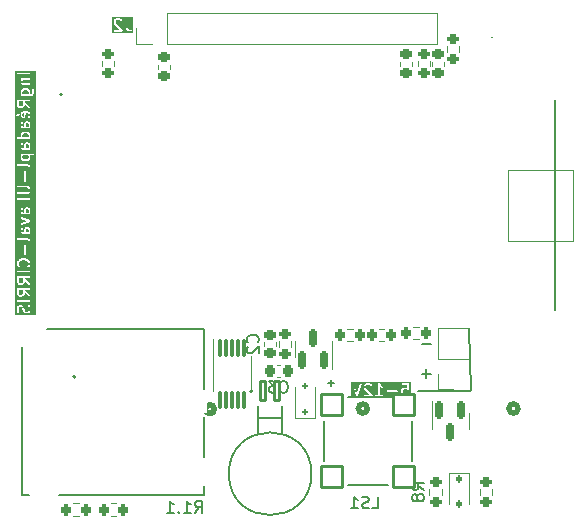
<source format=gbr>
%TF.GenerationSoftware,KiCad,Pcbnew,9.0.1*%
%TF.CreationDate,2025-06-09T14:40:24-04:00*%
%TF.ProjectId,Ceinture_respiration_Main,4365696e-7475-4726-955f-726573706972,1.1*%
%TF.SameCoordinates,Original*%
%TF.FileFunction,Legend,Bot*%
%TF.FilePolarity,Positive*%
%FSLAX46Y46*%
G04 Gerber Fmt 4.6, Leading zero omitted, Abs format (unit mm)*
G04 Created by KiCad (PCBNEW 9.0.1) date 2025-06-09 14:40:24*
%MOMM*%
%LPD*%
G01*
G04 APERTURE LIST*
G04 Aperture macros list*
%AMRoundRect*
0 Rectangle with rounded corners*
0 $1 Rounding radius*
0 $2 $3 $4 $5 $6 $7 $8 $9 X,Y pos of 4 corners*
0 Add a 4 corners polygon primitive as box body*
4,1,4,$2,$3,$4,$5,$6,$7,$8,$9,$2,$3,0*
0 Add four circle primitives for the rounded corners*
1,1,$1+$1,$2,$3*
1,1,$1+$1,$4,$5*
1,1,$1+$1,$6,$7*
1,1,$1+$1,$8,$9*
0 Add four rect primitives between the rounded corners*
20,1,$1+$1,$2,$3,$4,$5,0*
20,1,$1+$1,$4,$5,$6,$7,0*
20,1,$1+$1,$6,$7,$8,$9,0*
20,1,$1+$1,$8,$9,$2,$3,0*%
G04 Aperture macros list end*
%ADD10C,0.150000*%
%ADD11C,0.508000*%
%ADD12C,0.120000*%
%ADD13C,0.200000*%
%ADD14C,0.127000*%
%ADD15C,1.676400*%
%ADD16R,1.800000X1.800000*%
%ADD17C,1.800000*%
%ADD18R,1.700000X1.700000*%
%ADD19C,1.700000*%
%ADD20RoundRect,0.200000X-0.275000X0.200000X-0.275000X-0.200000X0.275000X-0.200000X0.275000X0.200000X0*%
%ADD21RoundRect,0.200000X0.200000X0.275000X-0.200000X0.275000X-0.200000X-0.275000X0.200000X-0.275000X0*%
%ADD22RoundRect,0.150000X-0.150000X0.587500X-0.150000X-0.587500X0.150000X-0.587500X0.150000X0.587500X0*%
%ADD23O,1.700000X1.700000*%
%ADD24RoundRect,0.075000X-0.075000X0.650000X-0.075000X-0.650000X0.075000X-0.650000X0.075000X0.650000X0*%
%ADD25RoundRect,0.150000X0.150000X-0.587500X0.150000X0.587500X-0.150000X0.587500X-0.150000X-0.587500X0*%
%ADD26RoundRect,0.200000X-0.200000X-0.275000X0.200000X-0.275000X0.200000X0.275000X-0.200000X0.275000X0*%
%ADD27R,2.000000X0.800000*%
%ADD28R,1.400000X1.800000*%
%ADD29R,1.900000X1.400000*%
%ADD30RoundRect,0.144400X0.235600X-0.825600X0.235600X0.825600X-0.235600X0.825600X-0.235600X-0.825600X0*%
%ADD31RoundRect,0.102000X-0.900000X0.900000X-0.900000X-0.900000X0.900000X-0.900000X0.900000X0.900000X0*%
%ADD32RoundRect,0.112500X-0.112500X0.187500X-0.112500X-0.187500X0.112500X-0.187500X0.112500X0.187500X0*%
%ADD33RoundRect,0.218750X-0.256250X0.218750X-0.256250X-0.218750X0.256250X-0.218750X0.256250X0.218750X0*%
%ADD34RoundRect,0.225000X-0.225000X-0.250000X0.225000X-0.250000X0.225000X0.250000X-0.225000X0.250000X0*%
%ADD35RoundRect,0.125000X0.125000X-0.125000X0.125000X0.125000X-0.125000X0.125000X-0.125000X-0.125000X0*%
%ADD36RoundRect,0.200000X0.275000X-0.200000X0.275000X0.200000X-0.275000X0.200000X-0.275000X-0.200000X0*%
%ADD37RoundRect,0.225000X-0.250000X0.225000X-0.250000X-0.225000X0.250000X-0.225000X0.250000X0.225000X0*%
%ADD38R,1.560000X2.000000*%
%ADD39R,1.560000X1.500000*%
G04 APERTURE END LIST*
D10*
X38500000Y-32000000D02*
X34000000Y-32000000D01*
X40250000Y-1974600D02*
X40275400Y-1974600D01*
X40275400Y-2000000D01*
X40250000Y-2000000D01*
X40250000Y-1974600D01*
G36*
X40250000Y-1974600D02*
G01*
X40275400Y-1974600D01*
X40275400Y-2000000D01*
X40250000Y-2000000D01*
X40250000Y-1974600D01*
G37*
X38330000Y-26630000D02*
X38500000Y-32000000D01*
X34336779Y-27988866D02*
X35098684Y-27988866D01*
X34336779Y-30488866D02*
X35098684Y-30488866D01*
X34717731Y-30869819D02*
X34717731Y-30107914D01*
G36*
X568628Y-23688122D02*
G01*
X534370Y-23756638D01*
X503963Y-23787045D01*
X435447Y-23821303D01*
X328000Y-23821303D01*
X259484Y-23787045D01*
X229077Y-23756638D01*
X194819Y-23688122D01*
X194819Y-23399875D01*
X568628Y-23399875D01*
X568628Y-23688122D01*
G37*
G36*
X568628Y-22688122D02*
G01*
X534370Y-22756638D01*
X503963Y-22787045D01*
X435447Y-22821303D01*
X328000Y-22821303D01*
X259484Y-22787045D01*
X229077Y-22756638D01*
X194819Y-22688122D01*
X194819Y-22399875D01*
X568628Y-22399875D01*
X568628Y-22688122D01*
G37*
G36*
X1016298Y-18237919D02*
G01*
X1044819Y-18294961D01*
X1044819Y-18497646D01*
X1025848Y-18535589D01*
X811039Y-18535589D01*
X811203Y-18535161D01*
X811394Y-18532471D01*
X812425Y-18529983D01*
X813866Y-18515351D01*
X813866Y-18294961D01*
X842386Y-18237919D01*
X899428Y-18209399D01*
X959256Y-18209399D01*
X1016298Y-18237919D01*
G37*
G36*
X1016298Y-16571252D02*
G01*
X1044819Y-16628294D01*
X1044819Y-16830979D01*
X1025848Y-16868922D01*
X811039Y-16868922D01*
X811203Y-16868494D01*
X811394Y-16865804D01*
X812425Y-16863316D01*
X813866Y-16848684D01*
X813866Y-16628294D01*
X842386Y-16571252D01*
X899428Y-16542732D01*
X959256Y-16542732D01*
X1016298Y-16571252D01*
G37*
G36*
X1044819Y-12056865D02*
G01*
X1044819Y-12211931D01*
X1010561Y-12280446D01*
X980153Y-12310853D01*
X911637Y-12345112D01*
X661333Y-12345112D01*
X592817Y-12310854D01*
X562410Y-12280447D01*
X528152Y-12211931D01*
X528152Y-12056865D01*
X547124Y-12018922D01*
X1025847Y-12018922D01*
X1044819Y-12056865D01*
G37*
G36*
X1016298Y-11095061D02*
G01*
X1044819Y-11152103D01*
X1044819Y-11354788D01*
X1025848Y-11392731D01*
X811039Y-11392731D01*
X811203Y-11392303D01*
X811394Y-11389613D01*
X812425Y-11387125D01*
X813866Y-11372493D01*
X813866Y-11152103D01*
X842386Y-11095061D01*
X899428Y-11066541D01*
X959256Y-11066541D01*
X1016298Y-11095061D01*
G37*
G36*
X980153Y-10196037D02*
G01*
X1010561Y-10226444D01*
X1044819Y-10294960D01*
X1044819Y-10450026D01*
X1025848Y-10487969D01*
X547123Y-10487969D01*
X528152Y-10450026D01*
X528152Y-10294960D01*
X562410Y-10226444D01*
X592817Y-10196037D01*
X661333Y-10161779D01*
X911637Y-10161779D01*
X980153Y-10196037D01*
G37*
G36*
X1016298Y-9285537D02*
G01*
X1044819Y-9342579D01*
X1044819Y-9545264D01*
X1025848Y-9583207D01*
X811039Y-9583207D01*
X811203Y-9582779D01*
X811394Y-9580089D01*
X812425Y-9577601D01*
X813866Y-9562969D01*
X813866Y-9342579D01*
X842386Y-9285537D01*
X899428Y-9257017D01*
X959256Y-9257017D01*
X1016298Y-9285537D01*
G37*
G36*
X629761Y-8726064D02*
G01*
X613714Y-8726064D01*
X556672Y-8697543D01*
X528152Y-8640502D01*
X528152Y-8485436D01*
X556672Y-8428394D01*
X613714Y-8399874D01*
X694999Y-8399874D01*
X629761Y-8726064D01*
G37*
G36*
X568628Y-7735740D02*
G01*
X534370Y-7804256D01*
X503963Y-7834663D01*
X435447Y-7868921D01*
X328000Y-7868921D01*
X259484Y-7834663D01*
X229077Y-7804256D01*
X194819Y-7735740D01*
X194819Y-7447493D01*
X568628Y-7447493D01*
X568628Y-7735740D01*
G37*
G36*
X980153Y-6529370D02*
G01*
X1010561Y-6559777D01*
X1044819Y-6628293D01*
X1044819Y-6783359D01*
X1025848Y-6821302D01*
X547123Y-6821302D01*
X528152Y-6783359D01*
X528152Y-6628293D01*
X562410Y-6559777D01*
X592817Y-6529370D01*
X661333Y-6495112D01*
X911637Y-6495112D01*
X980153Y-6529370D01*
G37*
G36*
X1639263Y-25510985D02*
G01*
X-112470Y-25510985D01*
X-112470Y-24943922D01*
X44819Y-24943922D01*
X44819Y-25182017D01*
X45548Y-25189422D01*
X45408Y-25191397D01*
X45998Y-25193994D01*
X46260Y-25196649D01*
X47018Y-25198480D01*
X48668Y-25205734D01*
X96287Y-25348591D01*
X102281Y-25362016D01*
X121455Y-25384123D01*
X147628Y-25397210D01*
X176818Y-25399285D01*
X204580Y-25390031D01*
X226688Y-25370857D01*
X239774Y-25344683D01*
X241849Y-25315493D01*
X238589Y-25301156D01*
X194819Y-25169846D01*
X194819Y-24961627D01*
X229077Y-24893111D01*
X259484Y-24862704D01*
X328000Y-24828446D01*
X387828Y-24828446D01*
X456344Y-24862704D01*
X486751Y-24893111D01*
X525244Y-24970098D01*
X570867Y-25152588D01*
X571252Y-25153667D01*
X571291Y-25154207D01*
X573618Y-25160288D01*
X575814Y-25166434D01*
X576136Y-25166869D01*
X576546Y-25167939D01*
X624165Y-25263177D01*
X628129Y-25269476D01*
X628887Y-25271304D01*
X630575Y-25273360D01*
X631997Y-25275620D01*
X633495Y-25276919D01*
X638214Y-25282669D01*
X685833Y-25330288D01*
X691582Y-25335006D01*
X692882Y-25336505D01*
X695141Y-25337926D01*
X697198Y-25339615D01*
X699025Y-25340372D01*
X705325Y-25344337D01*
X800563Y-25391956D01*
X814294Y-25397211D01*
X816983Y-25397402D01*
X819472Y-25398433D01*
X834104Y-25399874D01*
X929342Y-25399874D01*
X943974Y-25398433D01*
X946463Y-25397401D01*
X949151Y-25397211D01*
X962883Y-25391956D01*
X1058121Y-25344337D01*
X1064417Y-25340373D01*
X1066247Y-25339616D01*
X1068305Y-25337926D01*
X1070564Y-25336505D01*
X1071863Y-25335006D01*
X1077612Y-25330289D01*
X1125232Y-25282670D01*
X1129950Y-25276920D01*
X1131450Y-25275620D01*
X1132872Y-25273360D01*
X1134560Y-25271304D01*
X1135317Y-25269476D01*
X1139282Y-25263177D01*
X1186901Y-25167939D01*
X1192156Y-25154208D01*
X1192347Y-25151518D01*
X1193378Y-25149030D01*
X1194819Y-25134398D01*
X1194819Y-24896303D01*
X1194089Y-24888896D01*
X1194230Y-24886922D01*
X1193639Y-24884324D01*
X1193378Y-24881671D01*
X1192619Y-24879840D01*
X1190970Y-24872585D01*
X1143351Y-24729729D01*
X1137357Y-24716303D01*
X1118183Y-24694196D01*
X1092010Y-24681110D01*
X1062820Y-24679035D01*
X1035057Y-24688289D01*
X1012950Y-24707463D01*
X999864Y-24733636D01*
X997789Y-24762826D01*
X1001049Y-24777163D01*
X1044819Y-24908473D01*
X1044819Y-25116693D01*
X1010561Y-25185208D01*
X980153Y-25215615D01*
X911637Y-25249874D01*
X851809Y-25249874D01*
X783293Y-25215616D01*
X752886Y-25185209D01*
X714392Y-25108222D01*
X668770Y-24925732D01*
X668384Y-24924652D01*
X668346Y-24924112D01*
X666015Y-24918022D01*
X663823Y-24911886D01*
X663500Y-24911450D01*
X663091Y-24910381D01*
X615472Y-24815143D01*
X611507Y-24808843D01*
X610750Y-24807016D01*
X609061Y-24804959D01*
X607640Y-24802700D01*
X606141Y-24801400D01*
X601423Y-24795651D01*
X553804Y-24748032D01*
X548054Y-24743313D01*
X546755Y-24741815D01*
X544495Y-24740393D01*
X542439Y-24738705D01*
X540611Y-24737947D01*
X534312Y-24733983D01*
X439074Y-24686364D01*
X425342Y-24681109D01*
X422654Y-24680918D01*
X420165Y-24679887D01*
X405533Y-24678446D01*
X310295Y-24678446D01*
X295663Y-24679887D01*
X293174Y-24680917D01*
X290485Y-24681109D01*
X276754Y-24686364D01*
X181516Y-24733983D01*
X175216Y-24737947D01*
X173389Y-24738705D01*
X171332Y-24740393D01*
X169073Y-24741815D01*
X167773Y-24743313D01*
X162024Y-24748032D01*
X114405Y-24795651D01*
X109686Y-24801400D01*
X108188Y-24802700D01*
X106766Y-24804959D01*
X105078Y-24807016D01*
X104320Y-24808843D01*
X100356Y-24815143D01*
X52737Y-24910381D01*
X47482Y-24924113D01*
X47291Y-24926800D01*
X46260Y-24929290D01*
X44819Y-24943922D01*
X-112470Y-24943922D01*
X-112470Y-24310243D01*
X46260Y-24310243D01*
X46260Y-24339507D01*
X57459Y-24366543D01*
X78151Y-24387235D01*
X105187Y-24398434D01*
X119819Y-24399875D01*
X1119819Y-24399875D01*
X1134451Y-24398434D01*
X1161487Y-24387235D01*
X1182179Y-24366543D01*
X1193378Y-24339507D01*
X1193378Y-24310243D01*
X1182179Y-24283207D01*
X1161487Y-24262515D01*
X1134451Y-24251316D01*
X1119819Y-24249875D01*
X119819Y-24249875D01*
X105187Y-24251316D01*
X78151Y-24262515D01*
X57459Y-24283207D01*
X46260Y-24310243D01*
X-112470Y-24310243D01*
X-112470Y-23324875D01*
X44819Y-23324875D01*
X44819Y-23705827D01*
X46260Y-23720459D01*
X47291Y-23722948D01*
X47482Y-23725636D01*
X52737Y-23739368D01*
X100356Y-23834606D01*
X104320Y-23840905D01*
X105078Y-23842733D01*
X106766Y-23844789D01*
X108188Y-23847049D01*
X109686Y-23848348D01*
X114405Y-23854098D01*
X162024Y-23901717D01*
X167773Y-23906435D01*
X169073Y-23907934D01*
X171332Y-23909355D01*
X173389Y-23911044D01*
X175216Y-23911801D01*
X181516Y-23915766D01*
X276754Y-23963385D01*
X290485Y-23968640D01*
X293174Y-23968831D01*
X295663Y-23969862D01*
X310295Y-23971303D01*
X453152Y-23971303D01*
X467784Y-23969862D01*
X470273Y-23968830D01*
X472961Y-23968640D01*
X486693Y-23963385D01*
X581931Y-23915766D01*
X588230Y-23911801D01*
X590058Y-23911044D01*
X592114Y-23909355D01*
X594374Y-23907934D01*
X595673Y-23906435D01*
X601423Y-23901717D01*
X649042Y-23854098D01*
X653760Y-23848348D01*
X655259Y-23847049D01*
X656680Y-23844789D01*
X658369Y-23842733D01*
X659126Y-23840905D01*
X663091Y-23834606D01*
X710710Y-23739368D01*
X715965Y-23725637D01*
X716156Y-23722947D01*
X717187Y-23720459D01*
X718518Y-23706942D01*
X1076810Y-23957746D01*
X1089623Y-23964956D01*
X1118194Y-23971285D01*
X1147012Y-23966200D01*
X1171690Y-23950473D01*
X1188472Y-23926499D01*
X1194802Y-23897928D01*
X1189716Y-23869111D01*
X1173989Y-23844432D01*
X1162829Y-23834861D01*
X718628Y-23523920D01*
X718628Y-23399875D01*
X1119819Y-23399875D01*
X1134451Y-23398434D01*
X1161487Y-23387235D01*
X1182179Y-23366543D01*
X1193378Y-23339507D01*
X1193378Y-23310243D01*
X1182179Y-23283207D01*
X1161487Y-23262515D01*
X1134451Y-23251316D01*
X1119819Y-23249875D01*
X119819Y-23249875D01*
X105187Y-23251316D01*
X78151Y-23262515D01*
X57459Y-23283207D01*
X46260Y-23310243D01*
X44819Y-23324875D01*
X-112470Y-23324875D01*
X-112470Y-22324875D01*
X44819Y-22324875D01*
X44819Y-22705827D01*
X46260Y-22720459D01*
X47291Y-22722948D01*
X47482Y-22725636D01*
X52737Y-22739368D01*
X100356Y-22834606D01*
X104320Y-22840905D01*
X105078Y-22842733D01*
X106766Y-22844789D01*
X108188Y-22847049D01*
X109686Y-22848348D01*
X114405Y-22854098D01*
X162024Y-22901717D01*
X167773Y-22906435D01*
X169073Y-22907934D01*
X171332Y-22909355D01*
X173389Y-22911044D01*
X175216Y-22911801D01*
X181516Y-22915766D01*
X276754Y-22963385D01*
X290485Y-22968640D01*
X293174Y-22968831D01*
X295663Y-22969862D01*
X310295Y-22971303D01*
X453152Y-22971303D01*
X467784Y-22969862D01*
X470273Y-22968830D01*
X472961Y-22968640D01*
X486693Y-22963385D01*
X581931Y-22915766D01*
X588230Y-22911801D01*
X590058Y-22911044D01*
X592114Y-22909355D01*
X594374Y-22907934D01*
X595673Y-22906435D01*
X601423Y-22901717D01*
X649042Y-22854098D01*
X653760Y-22848348D01*
X655259Y-22847049D01*
X656680Y-22844789D01*
X658369Y-22842733D01*
X659126Y-22840905D01*
X663091Y-22834606D01*
X710710Y-22739368D01*
X715965Y-22725637D01*
X716156Y-22722947D01*
X717187Y-22720459D01*
X718518Y-22706942D01*
X1076810Y-22957746D01*
X1089623Y-22964956D01*
X1118194Y-22971285D01*
X1147012Y-22966200D01*
X1171690Y-22950473D01*
X1188472Y-22926499D01*
X1194802Y-22897928D01*
X1189716Y-22869111D01*
X1173989Y-22844432D01*
X1162829Y-22834861D01*
X718628Y-22523920D01*
X718628Y-22399875D01*
X1119819Y-22399875D01*
X1134451Y-22398434D01*
X1161487Y-22387235D01*
X1182179Y-22366543D01*
X1193378Y-22339507D01*
X1193378Y-22310243D01*
X1182179Y-22283207D01*
X1161487Y-22262515D01*
X1134451Y-22251316D01*
X1119819Y-22249875D01*
X119819Y-22249875D01*
X105187Y-22251316D01*
X78151Y-22262515D01*
X57459Y-22283207D01*
X46260Y-22310243D01*
X44819Y-22324875D01*
X-112470Y-22324875D01*
X-112470Y-21834053D01*
X46260Y-21834053D01*
X46260Y-21863317D01*
X57459Y-21890353D01*
X78151Y-21911045D01*
X105187Y-21922244D01*
X119819Y-21923685D01*
X1119819Y-21923685D01*
X1134451Y-21922244D01*
X1161487Y-21911045D01*
X1182179Y-21890353D01*
X1193378Y-21863317D01*
X1193378Y-21834053D01*
X1182179Y-21807017D01*
X1161487Y-21786325D01*
X1134451Y-21775126D01*
X1119819Y-21773685D01*
X119819Y-21773685D01*
X105187Y-21775126D01*
X78151Y-21786325D01*
X57459Y-21807017D01*
X46260Y-21834053D01*
X-112470Y-21834053D01*
X-112470Y-21134399D01*
X44819Y-21134399D01*
X44819Y-21229637D01*
X45548Y-21237042D01*
X45408Y-21239017D01*
X45998Y-21241614D01*
X46260Y-21244269D01*
X47018Y-21246100D01*
X48668Y-21253354D01*
X96287Y-21396211D01*
X102281Y-21409636D01*
X104046Y-21411671D01*
X105078Y-21414162D01*
X114405Y-21425527D01*
X162024Y-21473146D01*
X173389Y-21482473D01*
X200425Y-21493672D01*
X229688Y-21493672D01*
X256724Y-21482473D01*
X277417Y-21461780D01*
X288616Y-21434744D01*
X288616Y-21405481D01*
X277417Y-21378445D01*
X268090Y-21367080D01*
X232990Y-21331980D01*
X194819Y-21217466D01*
X194819Y-21146569D01*
X232990Y-21032055D01*
X307103Y-20957943D01*
X384090Y-20919449D01*
X557624Y-20876066D01*
X682013Y-20876066D01*
X855547Y-20919449D01*
X932534Y-20957943D01*
X1006648Y-21032056D01*
X1044819Y-21146569D01*
X1044819Y-21217467D01*
X1006648Y-21331979D01*
X971548Y-21367079D01*
X962220Y-21378445D01*
X951021Y-21405481D01*
X951021Y-21434744D01*
X962219Y-21461780D01*
X982912Y-21482473D01*
X1009948Y-21493672D01*
X1039211Y-21493672D01*
X1066247Y-21482474D01*
X1077612Y-21473147D01*
X1125232Y-21425528D01*
X1134560Y-21414162D01*
X1135590Y-21411673D01*
X1137357Y-21409637D01*
X1143351Y-21396211D01*
X1190970Y-21253355D01*
X1192619Y-21246099D01*
X1193378Y-21244269D01*
X1193639Y-21241615D01*
X1194230Y-21239018D01*
X1194089Y-21237043D01*
X1194819Y-21229637D01*
X1194819Y-21134399D01*
X1194089Y-21126992D01*
X1194230Y-21125018D01*
X1193639Y-21122420D01*
X1193378Y-21119767D01*
X1192619Y-21117936D01*
X1190970Y-21110681D01*
X1143351Y-20967825D01*
X1137357Y-20954399D01*
X1135592Y-20952364D01*
X1134561Y-20949874D01*
X1125233Y-20938509D01*
X1029994Y-20843271D01*
X1024244Y-20838552D01*
X1022945Y-20837054D01*
X1020686Y-20835632D01*
X1018628Y-20833943D01*
X1016798Y-20833185D01*
X1010502Y-20829222D01*
X915264Y-20781603D01*
X914194Y-20781193D01*
X913759Y-20780871D01*
X907613Y-20778675D01*
X901532Y-20776348D01*
X900992Y-20776309D01*
X899913Y-20775924D01*
X709437Y-20728305D01*
X706900Y-20727929D01*
X705879Y-20727507D01*
X700366Y-20726964D01*
X694893Y-20726155D01*
X693800Y-20726317D01*
X691247Y-20726066D01*
X548390Y-20726066D01*
X545836Y-20726317D01*
X544744Y-20726155D01*
X539270Y-20726964D01*
X533758Y-20727507D01*
X532736Y-20727929D01*
X530200Y-20728305D01*
X339724Y-20775924D01*
X338644Y-20776309D01*
X338104Y-20776348D01*
X332014Y-20778678D01*
X325878Y-20780871D01*
X325442Y-20781193D01*
X324373Y-20781603D01*
X229135Y-20829222D01*
X222840Y-20833184D01*
X221008Y-20833943D01*
X218946Y-20835634D01*
X216692Y-20837054D01*
X215393Y-20838550D01*
X209643Y-20843271D01*
X114405Y-20938509D01*
X105078Y-20949874D01*
X104046Y-20952364D01*
X102281Y-20954400D01*
X96287Y-20967825D01*
X48668Y-21110682D01*
X47018Y-21117935D01*
X46260Y-21119767D01*
X45998Y-21122421D01*
X45408Y-21125019D01*
X45548Y-21126993D01*
X44819Y-21134399D01*
X-112470Y-21134399D01*
X-112470Y-19610590D01*
X663866Y-19610590D01*
X663866Y-20372495D01*
X665307Y-20387127D01*
X676506Y-20414163D01*
X697198Y-20434855D01*
X724234Y-20446054D01*
X753498Y-20446054D01*
X780534Y-20434855D01*
X801226Y-20414163D01*
X812425Y-20387127D01*
X813866Y-20372495D01*
X813866Y-19610590D01*
X812425Y-19595958D01*
X801226Y-19568922D01*
X780534Y-19548230D01*
X753498Y-19537031D01*
X724234Y-19537031D01*
X697198Y-19548230D01*
X676506Y-19568922D01*
X665307Y-19595958D01*
X663866Y-19610590D01*
X-112470Y-19610590D01*
X-112470Y-19072148D01*
X46260Y-19072148D01*
X46260Y-19101412D01*
X57459Y-19128448D01*
X78151Y-19149140D01*
X105187Y-19160339D01*
X119819Y-19161780D01*
X959256Y-19161780D01*
X1016298Y-19190300D01*
X1052737Y-19263178D01*
X1060569Y-19275621D01*
X1082677Y-19294794D01*
X1110438Y-19304048D01*
X1139628Y-19301974D01*
X1165803Y-19288886D01*
X1184976Y-19266779D01*
X1194230Y-19239017D01*
X1192156Y-19209827D01*
X1186901Y-19196096D01*
X1139282Y-19100858D01*
X1137741Y-19098410D01*
X1137357Y-19097257D01*
X1136111Y-19095820D01*
X1131450Y-19088415D01*
X1124342Y-19082251D01*
X1118183Y-19075149D01*
X1110779Y-19070488D01*
X1109342Y-19069242D01*
X1108187Y-19068857D01*
X1105741Y-19067317D01*
X1010502Y-19019698D01*
X996770Y-19014443D01*
X994082Y-19014252D01*
X991593Y-19013221D01*
X976961Y-19011780D01*
X119819Y-19011780D01*
X105187Y-19013221D01*
X78151Y-19024420D01*
X57459Y-19045112D01*
X46260Y-19072148D01*
X-112470Y-19072148D01*
X-112470Y-18277256D01*
X378152Y-18277256D01*
X378152Y-18467732D01*
X379593Y-18482364D01*
X380624Y-18484853D01*
X380815Y-18487541D01*
X386070Y-18501273D01*
X433689Y-18596511D01*
X435229Y-18598958D01*
X435614Y-18600112D01*
X436859Y-18601548D01*
X441521Y-18608954D01*
X448625Y-18615115D01*
X454787Y-18622220D01*
X462192Y-18626881D01*
X463629Y-18628127D01*
X464782Y-18628511D01*
X467230Y-18630052D01*
X562468Y-18677671D01*
X576199Y-18682926D01*
X578888Y-18683117D01*
X581377Y-18684148D01*
X596009Y-18685589D01*
X1119819Y-18685589D01*
X1134451Y-18684148D01*
X1161487Y-18672949D01*
X1182179Y-18652257D01*
X1193378Y-18625221D01*
X1193378Y-18595957D01*
X1182179Y-18568921D01*
X1178650Y-18565392D01*
X1186901Y-18548892D01*
X1192156Y-18535161D01*
X1192347Y-18532471D01*
X1193378Y-18529983D01*
X1194819Y-18515351D01*
X1194819Y-18277256D01*
X1193378Y-18262624D01*
X1192347Y-18260135D01*
X1192156Y-18257446D01*
X1186901Y-18243715D01*
X1139282Y-18148477D01*
X1137741Y-18146029D01*
X1137357Y-18144876D01*
X1136111Y-18143439D01*
X1131450Y-18136034D01*
X1124342Y-18129870D01*
X1118183Y-18122768D01*
X1110779Y-18118107D01*
X1109342Y-18116861D01*
X1108187Y-18116476D01*
X1105741Y-18114936D01*
X1010502Y-18067317D01*
X996770Y-18062062D01*
X994082Y-18061871D01*
X991593Y-18060840D01*
X976961Y-18059399D01*
X881723Y-18059399D01*
X867091Y-18060840D01*
X864602Y-18061870D01*
X861913Y-18062062D01*
X848182Y-18067317D01*
X752944Y-18114936D01*
X750496Y-18116476D01*
X749343Y-18116861D01*
X747906Y-18118106D01*
X740501Y-18122768D01*
X734339Y-18129872D01*
X727235Y-18136034D01*
X722573Y-18143439D01*
X721328Y-18144876D01*
X720943Y-18146029D01*
X719403Y-18148477D01*
X671784Y-18243715D01*
X666529Y-18257447D01*
X666338Y-18260134D01*
X665307Y-18262624D01*
X663866Y-18277256D01*
X663866Y-18497646D01*
X644895Y-18535589D01*
X613714Y-18535589D01*
X556672Y-18507068D01*
X528152Y-18450027D01*
X528152Y-18294961D01*
X567853Y-18215559D01*
X573108Y-18201828D01*
X575182Y-18172638D01*
X565928Y-18144876D01*
X546755Y-18122769D01*
X520580Y-18109681D01*
X491390Y-18107607D01*
X463629Y-18116861D01*
X441521Y-18136034D01*
X433689Y-18148477D01*
X386070Y-18243715D01*
X380815Y-18257447D01*
X380624Y-18260134D01*
X379593Y-18262624D01*
X378152Y-18277256D01*
X-112470Y-18277256D01*
X-112470Y-17313914D01*
X378957Y-17313914D01*
X380411Y-17343142D01*
X392938Y-17369588D01*
X414632Y-17389227D01*
X427927Y-17395506D01*
X896826Y-17562970D01*
X427927Y-17730434D01*
X414632Y-17736713D01*
X392938Y-17756352D01*
X380411Y-17782798D01*
X378957Y-17812026D01*
X388800Y-17839585D01*
X408439Y-17861279D01*
X434885Y-17873806D01*
X464113Y-17875260D01*
X478377Y-17871696D01*
X1145044Y-17633601D01*
X1158339Y-17627322D01*
X1161130Y-17624794D01*
X1164531Y-17623184D01*
X1171893Y-17615051D01*
X1180033Y-17607683D01*
X1181644Y-17604280D01*
X1184171Y-17601490D01*
X1187862Y-17591152D01*
X1192560Y-17581237D01*
X1192746Y-17577478D01*
X1194014Y-17573931D01*
X1193468Y-17562970D01*
X1194014Y-17552009D01*
X1192746Y-17548461D01*
X1192560Y-17544703D01*
X1187862Y-17534787D01*
X1184171Y-17524450D01*
X1181644Y-17521659D01*
X1180033Y-17518257D01*
X1171893Y-17510888D01*
X1164531Y-17502756D01*
X1161130Y-17501145D01*
X1158339Y-17498618D01*
X1145044Y-17492339D01*
X478377Y-17254244D01*
X464113Y-17250680D01*
X434885Y-17252134D01*
X408439Y-17264661D01*
X388800Y-17286355D01*
X378957Y-17313914D01*
X-112470Y-17313914D01*
X-112470Y-16610589D01*
X378152Y-16610589D01*
X378152Y-16801065D01*
X379593Y-16815697D01*
X380624Y-16818186D01*
X380815Y-16820874D01*
X386070Y-16834606D01*
X433689Y-16929844D01*
X435229Y-16932291D01*
X435614Y-16933445D01*
X436859Y-16934881D01*
X441521Y-16942287D01*
X448625Y-16948448D01*
X454787Y-16955553D01*
X462192Y-16960214D01*
X463629Y-16961460D01*
X464782Y-16961844D01*
X467230Y-16963385D01*
X562468Y-17011004D01*
X576199Y-17016259D01*
X578888Y-17016450D01*
X581377Y-17017481D01*
X596009Y-17018922D01*
X1119819Y-17018922D01*
X1134451Y-17017481D01*
X1161487Y-17006282D01*
X1182179Y-16985590D01*
X1193378Y-16958554D01*
X1193378Y-16929290D01*
X1182179Y-16902254D01*
X1178650Y-16898725D01*
X1186901Y-16882225D01*
X1192156Y-16868494D01*
X1192347Y-16865804D01*
X1193378Y-16863316D01*
X1194819Y-16848684D01*
X1194819Y-16610589D01*
X1193378Y-16595957D01*
X1192347Y-16593468D01*
X1192156Y-16590779D01*
X1186901Y-16577048D01*
X1139282Y-16481810D01*
X1137741Y-16479362D01*
X1137357Y-16478209D01*
X1136111Y-16476772D01*
X1131450Y-16469367D01*
X1124342Y-16463203D01*
X1118183Y-16456101D01*
X1110779Y-16451440D01*
X1109342Y-16450194D01*
X1108187Y-16449809D01*
X1105741Y-16448269D01*
X1010502Y-16400650D01*
X996770Y-16395395D01*
X994082Y-16395204D01*
X991593Y-16394173D01*
X976961Y-16392732D01*
X881723Y-16392732D01*
X867091Y-16394173D01*
X864602Y-16395203D01*
X861913Y-16395395D01*
X848182Y-16400650D01*
X752944Y-16448269D01*
X750496Y-16449809D01*
X749343Y-16450194D01*
X747906Y-16451439D01*
X740501Y-16456101D01*
X734339Y-16463205D01*
X727235Y-16469367D01*
X722573Y-16476772D01*
X721328Y-16478209D01*
X720943Y-16479362D01*
X719403Y-16481810D01*
X671784Y-16577048D01*
X666529Y-16590780D01*
X666338Y-16593467D01*
X665307Y-16595957D01*
X663866Y-16610589D01*
X663866Y-16830979D01*
X644895Y-16868922D01*
X613714Y-16868922D01*
X556672Y-16840401D01*
X528152Y-16783360D01*
X528152Y-16628294D01*
X567853Y-16548892D01*
X573108Y-16535161D01*
X575182Y-16505971D01*
X565928Y-16478209D01*
X546755Y-16456102D01*
X520580Y-16443014D01*
X491390Y-16440940D01*
X463629Y-16450194D01*
X441521Y-16469367D01*
X433689Y-16481810D01*
X386070Y-16577048D01*
X380815Y-16590780D01*
X380624Y-16593467D01*
X379593Y-16595957D01*
X378152Y-16610589D01*
X-112470Y-16610589D01*
X-112470Y-15691195D01*
X46260Y-15691195D01*
X46260Y-15720459D01*
X57459Y-15747495D01*
X78151Y-15768187D01*
X105187Y-15779386D01*
X119819Y-15780827D01*
X1044819Y-15780827D01*
X1044819Y-16182017D01*
X1046260Y-16196649D01*
X1057459Y-16223685D01*
X1078151Y-16244377D01*
X1105187Y-16255576D01*
X1134451Y-16255576D01*
X1161487Y-16244377D01*
X1182179Y-16223685D01*
X1193378Y-16196649D01*
X1194819Y-16182017D01*
X1194819Y-15705827D01*
X1193378Y-15691195D01*
X1182179Y-15664159D01*
X1161487Y-15643467D01*
X1134451Y-15632268D01*
X1119819Y-15630827D01*
X119819Y-15630827D01*
X105187Y-15632268D01*
X78151Y-15643467D01*
X57459Y-15664159D01*
X46260Y-15691195D01*
X-112470Y-15691195D01*
X-112470Y-14643576D01*
X46260Y-14643576D01*
X46260Y-14672840D01*
X57459Y-14699876D01*
X78151Y-14720568D01*
X105187Y-14731767D01*
X119819Y-14733208D01*
X911637Y-14733208D01*
X980153Y-14767466D01*
X1010561Y-14797873D01*
X1044819Y-14866389D01*
X1044819Y-15021455D01*
X1010561Y-15089970D01*
X980153Y-15120377D01*
X911637Y-15154636D01*
X119819Y-15154636D01*
X105187Y-15156077D01*
X78151Y-15167276D01*
X57459Y-15187968D01*
X46260Y-15215004D01*
X46260Y-15244268D01*
X57459Y-15271304D01*
X78151Y-15291996D01*
X105187Y-15303195D01*
X119819Y-15304636D01*
X929342Y-15304636D01*
X943974Y-15303195D01*
X946463Y-15302163D01*
X949151Y-15301973D01*
X962883Y-15296718D01*
X1058121Y-15249099D01*
X1064417Y-15245135D01*
X1066247Y-15244378D01*
X1068305Y-15242688D01*
X1070564Y-15241267D01*
X1071863Y-15239768D01*
X1077612Y-15235051D01*
X1125232Y-15187432D01*
X1129950Y-15181682D01*
X1131450Y-15180382D01*
X1132872Y-15178122D01*
X1134560Y-15176066D01*
X1135317Y-15174238D01*
X1139282Y-15167939D01*
X1186901Y-15072701D01*
X1192156Y-15058970D01*
X1192347Y-15056280D01*
X1193378Y-15053792D01*
X1194819Y-15039160D01*
X1194819Y-14848684D01*
X1193378Y-14834052D01*
X1192347Y-14831563D01*
X1192156Y-14828874D01*
X1186901Y-14815143D01*
X1139282Y-14719905D01*
X1135317Y-14713605D01*
X1134560Y-14711778D01*
X1132872Y-14709721D01*
X1131450Y-14707462D01*
X1129950Y-14706161D01*
X1125232Y-14700412D01*
X1077612Y-14652793D01*
X1071863Y-14648075D01*
X1070564Y-14646577D01*
X1068305Y-14645155D01*
X1066247Y-14643466D01*
X1064417Y-14642708D01*
X1058121Y-14638745D01*
X962883Y-14591126D01*
X949151Y-14585871D01*
X946463Y-14585680D01*
X943974Y-14584649D01*
X929342Y-14583208D01*
X119819Y-14583208D01*
X105187Y-14584649D01*
X78151Y-14595848D01*
X57459Y-14616540D01*
X46260Y-14643576D01*
X-112470Y-14643576D01*
X-112470Y-13420113D01*
X663866Y-13420113D01*
X663866Y-14182018D01*
X665307Y-14196650D01*
X676506Y-14223686D01*
X697198Y-14244378D01*
X724234Y-14255577D01*
X753498Y-14255577D01*
X780534Y-14244378D01*
X801226Y-14223686D01*
X812425Y-14196650D01*
X813866Y-14182018D01*
X813866Y-13420113D01*
X812425Y-13405481D01*
X801226Y-13378445D01*
X780534Y-13357753D01*
X753498Y-13346554D01*
X724234Y-13346554D01*
X697198Y-13357753D01*
X676506Y-13378445D01*
X665307Y-13405481D01*
X663866Y-13420113D01*
X-112470Y-13420113D01*
X-112470Y-12834052D01*
X46260Y-12834052D01*
X46260Y-12863316D01*
X57459Y-12890352D01*
X78151Y-12911044D01*
X105187Y-12922243D01*
X119819Y-12923684D01*
X378152Y-12923684D01*
X378152Y-13086779D01*
X379593Y-13101411D01*
X390792Y-13128447D01*
X411484Y-13149139D01*
X438520Y-13160338D01*
X467784Y-13160338D01*
X494820Y-13149139D01*
X515512Y-13128447D01*
X526711Y-13101411D01*
X528152Y-13086779D01*
X528152Y-12923684D01*
X959256Y-12923684D01*
X1016298Y-12952204D01*
X1044819Y-13009246D01*
X1044819Y-13086779D01*
X1046260Y-13101411D01*
X1057459Y-13128447D01*
X1078151Y-13149139D01*
X1105187Y-13160338D01*
X1134451Y-13160338D01*
X1161487Y-13149139D01*
X1182179Y-13128447D01*
X1193378Y-13101411D01*
X1194819Y-13086779D01*
X1194819Y-12991541D01*
X1193378Y-12976909D01*
X1192347Y-12974420D01*
X1192156Y-12971731D01*
X1186901Y-12958000D01*
X1139282Y-12862762D01*
X1137741Y-12860314D01*
X1137357Y-12859161D01*
X1136111Y-12857724D01*
X1131450Y-12850319D01*
X1124342Y-12844155D01*
X1118183Y-12837053D01*
X1110779Y-12832392D01*
X1109342Y-12831146D01*
X1108187Y-12830761D01*
X1105741Y-12829221D01*
X1010502Y-12781602D01*
X996770Y-12776347D01*
X994082Y-12776156D01*
X991593Y-12775125D01*
X976961Y-12773684D01*
X528152Y-12773684D01*
X528152Y-12705827D01*
X526711Y-12691195D01*
X515512Y-12664159D01*
X494820Y-12643467D01*
X467784Y-12632268D01*
X438520Y-12632268D01*
X411484Y-12643467D01*
X390792Y-12664159D01*
X379593Y-12691195D01*
X378152Y-12705827D01*
X378152Y-12773684D01*
X119819Y-12773684D01*
X105187Y-12775125D01*
X78151Y-12786324D01*
X57459Y-12807016D01*
X46260Y-12834052D01*
X-112470Y-12834052D01*
X-112470Y-12039160D01*
X378152Y-12039160D01*
X378152Y-12229636D01*
X379593Y-12244268D01*
X380624Y-12246757D01*
X380815Y-12249445D01*
X386070Y-12263177D01*
X433689Y-12358415D01*
X437653Y-12364714D01*
X438411Y-12366542D01*
X440099Y-12368598D01*
X441521Y-12370858D01*
X443019Y-12372157D01*
X447738Y-12377907D01*
X495357Y-12425526D01*
X501106Y-12430244D01*
X502406Y-12431743D01*
X504665Y-12433164D01*
X506722Y-12434853D01*
X508549Y-12435610D01*
X514849Y-12439575D01*
X610087Y-12487194D01*
X623818Y-12492449D01*
X626507Y-12492640D01*
X628996Y-12493671D01*
X643628Y-12495112D01*
X929342Y-12495112D01*
X943974Y-12493671D01*
X946463Y-12492639D01*
X949151Y-12492449D01*
X962883Y-12487194D01*
X1058121Y-12439575D01*
X1064417Y-12435611D01*
X1066247Y-12434854D01*
X1068305Y-12433164D01*
X1070564Y-12431743D01*
X1071863Y-12430244D01*
X1077612Y-12425527D01*
X1125232Y-12377908D01*
X1129950Y-12372158D01*
X1131450Y-12370858D01*
X1132872Y-12368598D01*
X1134560Y-12366542D01*
X1135317Y-12364714D01*
X1139282Y-12358415D01*
X1186901Y-12263177D01*
X1192156Y-12249446D01*
X1192347Y-12246756D01*
X1193378Y-12244268D01*
X1194819Y-12229636D01*
X1194819Y-12039160D01*
X1193378Y-12024528D01*
X1192347Y-12022039D01*
X1192156Y-12019350D01*
X1191992Y-12018922D01*
X1453152Y-12018922D01*
X1467784Y-12017481D01*
X1494820Y-12006282D01*
X1515512Y-11985590D01*
X1526711Y-11958554D01*
X1526711Y-11929290D01*
X1515512Y-11902254D01*
X1494820Y-11881562D01*
X1467784Y-11870363D01*
X1453152Y-11868922D01*
X453152Y-11868922D01*
X438520Y-11870363D01*
X411484Y-11881562D01*
X390792Y-11902254D01*
X379593Y-11929290D01*
X379593Y-11958554D01*
X390792Y-11985590D01*
X394320Y-11989118D01*
X386070Y-12005619D01*
X380815Y-12019351D01*
X380624Y-12022038D01*
X379593Y-12024528D01*
X378152Y-12039160D01*
X-112470Y-12039160D01*
X-112470Y-11134398D01*
X378152Y-11134398D01*
X378152Y-11324874D01*
X379593Y-11339506D01*
X380624Y-11341995D01*
X380815Y-11344683D01*
X386070Y-11358415D01*
X433689Y-11453653D01*
X435229Y-11456100D01*
X435614Y-11457254D01*
X436859Y-11458690D01*
X441521Y-11466096D01*
X448625Y-11472257D01*
X454787Y-11479362D01*
X462192Y-11484023D01*
X463629Y-11485269D01*
X464782Y-11485653D01*
X467230Y-11487194D01*
X562468Y-11534813D01*
X576199Y-11540068D01*
X578888Y-11540259D01*
X581377Y-11541290D01*
X596009Y-11542731D01*
X1119819Y-11542731D01*
X1134451Y-11541290D01*
X1161487Y-11530091D01*
X1182179Y-11509399D01*
X1193378Y-11482363D01*
X1193378Y-11453099D01*
X1182179Y-11426063D01*
X1178650Y-11422534D01*
X1186901Y-11406034D01*
X1192156Y-11392303D01*
X1192347Y-11389613D01*
X1193378Y-11387125D01*
X1194819Y-11372493D01*
X1194819Y-11134398D01*
X1193378Y-11119766D01*
X1192347Y-11117277D01*
X1192156Y-11114588D01*
X1186901Y-11100857D01*
X1139282Y-11005619D01*
X1137741Y-11003171D01*
X1137357Y-11002018D01*
X1136111Y-11000581D01*
X1131450Y-10993176D01*
X1124342Y-10987012D01*
X1118183Y-10979910D01*
X1110779Y-10975249D01*
X1109342Y-10974003D01*
X1108187Y-10973618D01*
X1105741Y-10972078D01*
X1010502Y-10924459D01*
X996770Y-10919204D01*
X994082Y-10919013D01*
X991593Y-10917982D01*
X976961Y-10916541D01*
X881723Y-10916541D01*
X867091Y-10917982D01*
X864602Y-10919012D01*
X861913Y-10919204D01*
X848182Y-10924459D01*
X752944Y-10972078D01*
X750496Y-10973618D01*
X749343Y-10974003D01*
X747906Y-10975248D01*
X740501Y-10979910D01*
X734339Y-10987014D01*
X727235Y-10993176D01*
X722573Y-11000581D01*
X721328Y-11002018D01*
X720943Y-11003171D01*
X719403Y-11005619D01*
X671784Y-11100857D01*
X666529Y-11114589D01*
X666338Y-11117276D01*
X665307Y-11119766D01*
X663866Y-11134398D01*
X663866Y-11354788D01*
X644895Y-11392731D01*
X613714Y-11392731D01*
X556672Y-11364210D01*
X528152Y-11307169D01*
X528152Y-11152103D01*
X567853Y-11072701D01*
X573108Y-11058970D01*
X575182Y-11029780D01*
X565928Y-11002018D01*
X546755Y-10979911D01*
X520580Y-10966823D01*
X491390Y-10964749D01*
X463629Y-10974003D01*
X441521Y-10993176D01*
X433689Y-11005619D01*
X386070Y-11100857D01*
X380815Y-11114589D01*
X380624Y-11117276D01*
X379593Y-11119766D01*
X378152Y-11134398D01*
X-112470Y-11134398D01*
X-112470Y-10548337D01*
X46260Y-10548337D01*
X46260Y-10577601D01*
X57459Y-10604637D01*
X78151Y-10625329D01*
X105187Y-10636528D01*
X119819Y-10637969D01*
X1119819Y-10637969D01*
X1134451Y-10636528D01*
X1161487Y-10625329D01*
X1182179Y-10604637D01*
X1193378Y-10577601D01*
X1193378Y-10548337D01*
X1182179Y-10521301D01*
X1178650Y-10517772D01*
X1186901Y-10501272D01*
X1192156Y-10487541D01*
X1192347Y-10484851D01*
X1193378Y-10482363D01*
X1194819Y-10467731D01*
X1194819Y-10277255D01*
X1193378Y-10262623D01*
X1192347Y-10260134D01*
X1192156Y-10257445D01*
X1186901Y-10243714D01*
X1139282Y-10148476D01*
X1135317Y-10142176D01*
X1134560Y-10140349D01*
X1132872Y-10138292D01*
X1131450Y-10136033D01*
X1129950Y-10134732D01*
X1125232Y-10128983D01*
X1077612Y-10081364D01*
X1071863Y-10076646D01*
X1070564Y-10075148D01*
X1068305Y-10073726D01*
X1066247Y-10072037D01*
X1064417Y-10071279D01*
X1058121Y-10067316D01*
X962883Y-10019697D01*
X949151Y-10014442D01*
X946463Y-10014251D01*
X943974Y-10013220D01*
X929342Y-10011779D01*
X643628Y-10011779D01*
X628996Y-10013220D01*
X626507Y-10014250D01*
X623818Y-10014442D01*
X610087Y-10019697D01*
X514849Y-10067316D01*
X508549Y-10071280D01*
X506722Y-10072038D01*
X504665Y-10073726D01*
X502406Y-10075148D01*
X501106Y-10076646D01*
X495357Y-10081365D01*
X447738Y-10128984D01*
X443019Y-10134733D01*
X441521Y-10136033D01*
X440099Y-10138292D01*
X438411Y-10140349D01*
X437653Y-10142176D01*
X433689Y-10148476D01*
X386070Y-10243714D01*
X380815Y-10257446D01*
X380624Y-10260133D01*
X379593Y-10262623D01*
X378152Y-10277255D01*
X378152Y-10467731D01*
X379593Y-10482363D01*
X380624Y-10484852D01*
X380815Y-10487540D01*
X380979Y-10487969D01*
X119819Y-10487969D01*
X105187Y-10489410D01*
X78151Y-10500609D01*
X57459Y-10521301D01*
X46260Y-10548337D01*
X-112470Y-10548337D01*
X-112470Y-9324874D01*
X378152Y-9324874D01*
X378152Y-9515350D01*
X379593Y-9529982D01*
X380624Y-9532471D01*
X380815Y-9535159D01*
X386070Y-9548891D01*
X433689Y-9644129D01*
X435229Y-9646576D01*
X435614Y-9647730D01*
X436859Y-9649166D01*
X441521Y-9656572D01*
X448625Y-9662733D01*
X454787Y-9669838D01*
X462192Y-9674499D01*
X463629Y-9675745D01*
X464782Y-9676129D01*
X467230Y-9677670D01*
X562468Y-9725289D01*
X576199Y-9730544D01*
X578888Y-9730735D01*
X581377Y-9731766D01*
X596009Y-9733207D01*
X1119819Y-9733207D01*
X1134451Y-9731766D01*
X1161487Y-9720567D01*
X1182179Y-9699875D01*
X1193378Y-9672839D01*
X1193378Y-9643575D01*
X1182179Y-9616539D01*
X1178650Y-9613010D01*
X1186901Y-9596510D01*
X1192156Y-9582779D01*
X1192347Y-9580089D01*
X1193378Y-9577601D01*
X1194819Y-9562969D01*
X1194819Y-9324874D01*
X1193378Y-9310242D01*
X1192347Y-9307753D01*
X1192156Y-9305064D01*
X1186901Y-9291333D01*
X1139282Y-9196095D01*
X1137741Y-9193647D01*
X1137357Y-9192494D01*
X1136111Y-9191057D01*
X1131450Y-9183652D01*
X1124342Y-9177488D01*
X1118183Y-9170386D01*
X1110779Y-9165725D01*
X1109342Y-9164479D01*
X1108187Y-9164094D01*
X1105741Y-9162554D01*
X1010502Y-9114935D01*
X996770Y-9109680D01*
X994082Y-9109489D01*
X991593Y-9108458D01*
X976961Y-9107017D01*
X881723Y-9107017D01*
X867091Y-9108458D01*
X864602Y-9109488D01*
X861913Y-9109680D01*
X848182Y-9114935D01*
X752944Y-9162554D01*
X750496Y-9164094D01*
X749343Y-9164479D01*
X747906Y-9165724D01*
X740501Y-9170386D01*
X734339Y-9177490D01*
X727235Y-9183652D01*
X722573Y-9191057D01*
X721328Y-9192494D01*
X720943Y-9193647D01*
X719403Y-9196095D01*
X671784Y-9291333D01*
X666529Y-9305065D01*
X666338Y-9307752D01*
X665307Y-9310242D01*
X663866Y-9324874D01*
X663866Y-9545264D01*
X644895Y-9583207D01*
X613714Y-9583207D01*
X556672Y-9554686D01*
X528152Y-9497645D01*
X528152Y-9342579D01*
X567853Y-9263177D01*
X573108Y-9249446D01*
X575182Y-9220256D01*
X565928Y-9192494D01*
X546755Y-9170387D01*
X520580Y-9157299D01*
X491390Y-9155225D01*
X463629Y-9164479D01*
X441521Y-9183652D01*
X433689Y-9196095D01*
X386070Y-9291333D01*
X380815Y-9305065D01*
X380624Y-9307752D01*
X379593Y-9310242D01*
X378152Y-9324874D01*
X-112470Y-9324874D01*
X-112470Y-8643576D01*
X-1359Y-8643576D01*
X-1359Y-8672838D01*
X9840Y-8699875D01*
X30532Y-8720567D01*
X57569Y-8731766D01*
X86831Y-8731766D01*
X113868Y-8720567D01*
X125233Y-8711240D01*
X268090Y-8568383D01*
X277417Y-8557018D01*
X288616Y-8529982D01*
X288616Y-8500719D01*
X277417Y-8473683D01*
X271465Y-8467731D01*
X378152Y-8467731D01*
X378152Y-8658207D01*
X379593Y-8672839D01*
X380624Y-8675328D01*
X380815Y-8678016D01*
X386070Y-8691748D01*
X433689Y-8786986D01*
X435229Y-8789433D01*
X435614Y-8790587D01*
X436859Y-8792023D01*
X441521Y-8799429D01*
X448625Y-8805590D01*
X454787Y-8812695D01*
X462192Y-8817356D01*
X463629Y-8818602D01*
X464782Y-8818986D01*
X467230Y-8820527D01*
X562468Y-8868146D01*
X576199Y-8873401D01*
X578888Y-8873592D01*
X581377Y-8874623D01*
X596009Y-8876064D01*
X691169Y-8876064D01*
X691247Y-8876064D01*
X705879Y-8874623D01*
X712667Y-8871811D01*
X719876Y-8870385D01*
X726055Y-8866265D01*
X732915Y-8863424D01*
X738110Y-8858229D01*
X744224Y-8854153D01*
X748356Y-8847982D01*
X753607Y-8842732D01*
X756418Y-8835943D01*
X760508Y-8829838D01*
X764791Y-8815773D01*
X847970Y-8399874D01*
X959256Y-8399874D01*
X1016298Y-8428394D01*
X1044819Y-8485436D01*
X1044819Y-8640502D01*
X1005118Y-8719904D01*
X999863Y-8733636D01*
X997789Y-8762826D01*
X1007043Y-8790587D01*
X1026216Y-8812695D01*
X1052391Y-8825782D01*
X1081581Y-8827856D01*
X1109342Y-8818602D01*
X1131450Y-8799429D01*
X1139282Y-8786986D01*
X1186901Y-8691748D01*
X1192156Y-8678017D01*
X1192347Y-8675327D01*
X1193378Y-8672839D01*
X1194819Y-8658207D01*
X1194819Y-8467731D01*
X1193378Y-8453099D01*
X1192347Y-8450610D01*
X1192156Y-8447921D01*
X1186901Y-8434190D01*
X1139282Y-8338952D01*
X1137741Y-8336504D01*
X1137357Y-8335351D01*
X1136111Y-8333914D01*
X1131450Y-8326509D01*
X1124342Y-8320345D01*
X1118183Y-8313243D01*
X1110779Y-8308582D01*
X1109342Y-8307336D01*
X1108187Y-8306951D01*
X1105741Y-8305411D01*
X1010502Y-8257792D01*
X996770Y-8252537D01*
X994082Y-8252346D01*
X991593Y-8251315D01*
X976961Y-8249874D01*
X596009Y-8249874D01*
X581377Y-8251315D01*
X578888Y-8252345D01*
X576199Y-8252537D01*
X562468Y-8257792D01*
X467230Y-8305411D01*
X464782Y-8306951D01*
X463629Y-8307336D01*
X462192Y-8308581D01*
X454787Y-8313243D01*
X448625Y-8320347D01*
X441521Y-8326509D01*
X436859Y-8333914D01*
X435614Y-8335351D01*
X435229Y-8336504D01*
X433689Y-8338952D01*
X386070Y-8434190D01*
X380815Y-8447922D01*
X380624Y-8450609D01*
X379593Y-8453099D01*
X378152Y-8467731D01*
X271465Y-8467731D01*
X256724Y-8452990D01*
X229688Y-8441791D01*
X200425Y-8441791D01*
X173389Y-8452990D01*
X162024Y-8462317D01*
X19167Y-8605174D01*
X9840Y-8616539D01*
X-1359Y-8643576D01*
X-112470Y-8643576D01*
X-112470Y-7372493D01*
X44819Y-7372493D01*
X44819Y-7753445D01*
X46260Y-7768077D01*
X47291Y-7770566D01*
X47482Y-7773254D01*
X52737Y-7786986D01*
X100356Y-7882224D01*
X104320Y-7888523D01*
X105078Y-7890351D01*
X106766Y-7892407D01*
X108188Y-7894667D01*
X109686Y-7895966D01*
X114405Y-7901716D01*
X162024Y-7949335D01*
X167773Y-7954053D01*
X169073Y-7955552D01*
X171332Y-7956973D01*
X173389Y-7958662D01*
X175216Y-7959419D01*
X181516Y-7963384D01*
X276754Y-8011003D01*
X290485Y-8016258D01*
X293174Y-8016449D01*
X295663Y-8017480D01*
X310295Y-8018921D01*
X453152Y-8018921D01*
X467784Y-8017480D01*
X470273Y-8016448D01*
X472961Y-8016258D01*
X486693Y-8011003D01*
X581931Y-7963384D01*
X588230Y-7959419D01*
X590058Y-7958662D01*
X592114Y-7956973D01*
X594374Y-7955552D01*
X595673Y-7954053D01*
X601423Y-7949335D01*
X649042Y-7901716D01*
X653760Y-7895966D01*
X655259Y-7894667D01*
X656680Y-7892407D01*
X658369Y-7890351D01*
X659126Y-7888523D01*
X663091Y-7882224D01*
X710710Y-7786986D01*
X715965Y-7773255D01*
X716156Y-7770565D01*
X717187Y-7768077D01*
X718518Y-7754560D01*
X1076810Y-8005364D01*
X1089623Y-8012574D01*
X1118194Y-8018903D01*
X1147012Y-8013818D01*
X1171690Y-7998091D01*
X1188472Y-7974117D01*
X1194802Y-7945546D01*
X1189716Y-7916729D01*
X1173989Y-7892050D01*
X1162829Y-7882479D01*
X718628Y-7571538D01*
X718628Y-7447493D01*
X1119819Y-7447493D01*
X1134451Y-7446052D01*
X1161487Y-7434853D01*
X1182179Y-7414161D01*
X1193378Y-7387125D01*
X1193378Y-7357861D01*
X1182179Y-7330825D01*
X1161487Y-7310133D01*
X1134451Y-7298934D01*
X1119819Y-7297493D01*
X119819Y-7297493D01*
X105187Y-7298934D01*
X78151Y-7310133D01*
X57459Y-7330825D01*
X46260Y-7357861D01*
X44819Y-7372493D01*
X-112470Y-7372493D01*
X-112470Y-6610588D01*
X378152Y-6610588D01*
X378152Y-6801064D01*
X379593Y-6815696D01*
X380624Y-6818185D01*
X380815Y-6820873D01*
X386070Y-6834605D01*
X394320Y-6851105D01*
X390792Y-6854634D01*
X379593Y-6881670D01*
X379593Y-6910934D01*
X390792Y-6937970D01*
X411484Y-6958662D01*
X438520Y-6969861D01*
X453152Y-6971302D01*
X1262676Y-6971302D01*
X1277308Y-6969861D01*
X1279797Y-6968829D01*
X1282485Y-6968639D01*
X1296217Y-6963384D01*
X1391455Y-6915765D01*
X1397754Y-6911800D01*
X1399582Y-6911043D01*
X1401638Y-6909354D01*
X1403898Y-6907933D01*
X1405197Y-6906434D01*
X1410947Y-6901716D01*
X1458566Y-6854097D01*
X1463284Y-6848347D01*
X1464783Y-6847048D01*
X1466204Y-6844788D01*
X1467893Y-6842732D01*
X1468650Y-6840904D01*
X1472615Y-6834605D01*
X1520234Y-6739367D01*
X1525489Y-6725636D01*
X1525680Y-6722946D01*
X1526711Y-6720458D01*
X1528152Y-6705826D01*
X1528152Y-6562969D01*
X1526711Y-6548337D01*
X1525680Y-6545848D01*
X1525489Y-6543159D01*
X1520234Y-6529428D01*
X1472615Y-6434190D01*
X1464783Y-6421747D01*
X1442675Y-6402574D01*
X1414914Y-6393320D01*
X1385724Y-6395394D01*
X1359549Y-6408481D01*
X1340376Y-6430589D01*
X1331122Y-6458350D01*
X1333196Y-6487540D01*
X1338451Y-6501272D01*
X1378152Y-6580674D01*
X1378152Y-6688121D01*
X1343894Y-6756637D01*
X1313487Y-6787044D01*
X1244971Y-6821302D01*
X1191992Y-6821302D01*
X1192156Y-6820874D01*
X1192347Y-6818184D01*
X1193378Y-6815696D01*
X1194819Y-6801064D01*
X1194819Y-6610588D01*
X1193378Y-6595956D01*
X1192347Y-6593467D01*
X1192156Y-6590778D01*
X1186901Y-6577047D01*
X1139282Y-6481809D01*
X1135317Y-6475509D01*
X1134560Y-6473682D01*
X1132872Y-6471625D01*
X1131450Y-6469366D01*
X1129950Y-6468065D01*
X1125232Y-6462316D01*
X1077612Y-6414697D01*
X1071863Y-6409979D01*
X1070564Y-6408481D01*
X1068305Y-6407059D01*
X1066247Y-6405370D01*
X1064417Y-6404612D01*
X1058121Y-6400649D01*
X962883Y-6353030D01*
X949151Y-6347775D01*
X946463Y-6347584D01*
X943974Y-6346553D01*
X929342Y-6345112D01*
X643628Y-6345112D01*
X628996Y-6346553D01*
X626507Y-6347583D01*
X623818Y-6347775D01*
X610087Y-6353030D01*
X514849Y-6400649D01*
X508549Y-6404613D01*
X506722Y-6405371D01*
X504665Y-6407059D01*
X502406Y-6408481D01*
X501106Y-6409979D01*
X495357Y-6414698D01*
X447738Y-6462317D01*
X443019Y-6468066D01*
X441521Y-6469366D01*
X440099Y-6471625D01*
X438411Y-6473682D01*
X437653Y-6475509D01*
X433689Y-6481809D01*
X386070Y-6577047D01*
X380815Y-6590779D01*
X380624Y-6593466D01*
X379593Y-6595956D01*
X378152Y-6610588D01*
X-112470Y-6610588D01*
X-112470Y-5705826D01*
X378152Y-5705826D01*
X378152Y-5848683D01*
X379593Y-5863315D01*
X380624Y-5865804D01*
X380815Y-5868492D01*
X386070Y-5882224D01*
X433689Y-5977462D01*
X435229Y-5979909D01*
X435614Y-5981063D01*
X436859Y-5982499D01*
X441521Y-5989905D01*
X448625Y-5996066D01*
X454787Y-6003171D01*
X462192Y-6007832D01*
X463629Y-6009078D01*
X464782Y-6009462D01*
X467230Y-6011003D01*
X562468Y-6058622D01*
X576199Y-6063877D01*
X578888Y-6064068D01*
X581377Y-6065099D01*
X596009Y-6066540D01*
X1119819Y-6066540D01*
X1134451Y-6065099D01*
X1161487Y-6053900D01*
X1182179Y-6033208D01*
X1193378Y-6006172D01*
X1193378Y-5976908D01*
X1182179Y-5949872D01*
X1161487Y-5929180D01*
X1134451Y-5917981D01*
X1119819Y-5916540D01*
X613714Y-5916540D01*
X556672Y-5888019D01*
X528152Y-5830978D01*
X528152Y-5723531D01*
X562410Y-5655015D01*
X579456Y-5637969D01*
X1119819Y-5637969D01*
X1134451Y-5636528D01*
X1161487Y-5625329D01*
X1182179Y-5604637D01*
X1193378Y-5577601D01*
X1193378Y-5548337D01*
X1182179Y-5521301D01*
X1161487Y-5500609D01*
X1134451Y-5489410D01*
X1119819Y-5487969D01*
X453152Y-5487969D01*
X438520Y-5489410D01*
X411484Y-5500609D01*
X390792Y-5521301D01*
X379593Y-5548337D01*
X379593Y-5577601D01*
X390792Y-5604637D01*
X410193Y-5624038D01*
X386070Y-5672285D01*
X380815Y-5686017D01*
X380624Y-5688704D01*
X379593Y-5691194D01*
X378152Y-5705826D01*
X-112470Y-5705826D01*
X-112470Y-5072147D01*
X46260Y-5072147D01*
X46260Y-5101411D01*
X57459Y-5128447D01*
X78151Y-5149139D01*
X105187Y-5160338D01*
X119819Y-5161779D01*
X1119819Y-5161779D01*
X1134451Y-5160338D01*
X1161487Y-5149139D01*
X1182179Y-5128447D01*
X1193378Y-5101411D01*
X1193378Y-5072147D01*
X1182179Y-5045111D01*
X1161487Y-5024419D01*
X1134451Y-5013220D01*
X1119819Y-5011779D01*
X119819Y-5011779D01*
X105187Y-5013220D01*
X78151Y-5024419D01*
X57459Y-5045111D01*
X46260Y-5072147D01*
X-112470Y-5072147D01*
X-112470Y-4900668D01*
X1639263Y-4900668D01*
X1639263Y-25510985D01*
G37*
G36*
X33396600Y-32555930D02*
G01*
X28358651Y-32555930D01*
X28358651Y-31379199D01*
X28469762Y-31379199D01*
X28473022Y-31393536D01*
X28806355Y-32393536D01*
X28812349Y-32406961D01*
X28815859Y-32411008D01*
X28818256Y-32415802D01*
X28825364Y-32421967D01*
X28831523Y-32429068D01*
X28836312Y-32431462D01*
X28840363Y-32434976D01*
X28849288Y-32437950D01*
X28857696Y-32442155D01*
X28863040Y-32442534D01*
X28868126Y-32444230D01*
X28877506Y-32443563D01*
X28886886Y-32444230D01*
X28891971Y-32442534D01*
X28897316Y-32442155D01*
X28905726Y-32437949D01*
X28914648Y-32434976D01*
X28918695Y-32431465D01*
X28923489Y-32429069D01*
X28929652Y-32421963D01*
X28936756Y-32415802D01*
X28939151Y-32411010D01*
X28942663Y-32406962D01*
X28948657Y-32393536D01*
X29226404Y-31560295D01*
X29421554Y-31560295D01*
X29421554Y-31655533D01*
X29422283Y-31662938D01*
X29422143Y-31664913D01*
X29422733Y-31667510D01*
X29422995Y-31670165D01*
X29423753Y-31671996D01*
X29425403Y-31679250D01*
X29473022Y-31822107D01*
X29479016Y-31835532D01*
X29480781Y-31837567D01*
X29481813Y-31840058D01*
X29491140Y-31851423D01*
X29934535Y-32294819D01*
X29496554Y-32294819D01*
X29481922Y-32296260D01*
X29454886Y-32307459D01*
X29434194Y-32328151D01*
X29422995Y-32355187D01*
X29422995Y-32384451D01*
X29434194Y-32411487D01*
X29454886Y-32432179D01*
X29481922Y-32443378D01*
X29496554Y-32444819D01*
X30115601Y-32444819D01*
X30130233Y-32443378D01*
X30138151Y-32440098D01*
X30157269Y-32432180D01*
X30177961Y-32411487D01*
X30189160Y-32384451D01*
X30189160Y-32355188D01*
X30189160Y-32355187D01*
X30375376Y-32355187D01*
X30375376Y-32384451D01*
X30386575Y-32411487D01*
X30407267Y-32432179D01*
X30434303Y-32443378D01*
X30448935Y-32444819D01*
X31020363Y-32444819D01*
X31034995Y-32443378D01*
X31062031Y-32432179D01*
X31082723Y-32411487D01*
X31093922Y-32384451D01*
X31093922Y-32355187D01*
X31082723Y-32328151D01*
X31062031Y-32307459D01*
X31034995Y-32296260D01*
X31020363Y-32294819D01*
X30809649Y-32294819D01*
X30809649Y-31974234D01*
X31375376Y-31974234D01*
X31375376Y-32003498D01*
X31386575Y-32030534D01*
X31407267Y-32051226D01*
X31434303Y-32062425D01*
X31448935Y-32063866D01*
X32210839Y-32063866D01*
X32225471Y-32062425D01*
X32252507Y-32051226D01*
X32273199Y-32030534D01*
X32284398Y-32003498D01*
X32284398Y-31974234D01*
X32273199Y-31947198D01*
X32267248Y-31941247D01*
X32564411Y-31941247D01*
X32564411Y-32179342D01*
X32565852Y-32193974D01*
X32566883Y-32196463D01*
X32567074Y-32199151D01*
X32572329Y-32212883D01*
X32619948Y-32308121D01*
X32623911Y-32314417D01*
X32624669Y-32316247D01*
X32626358Y-32318305D01*
X32627780Y-32320564D01*
X32629278Y-32321863D01*
X32633996Y-32327612D01*
X32681615Y-32375232D01*
X32687364Y-32379950D01*
X32688665Y-32381450D01*
X32690924Y-32382872D01*
X32692981Y-32384560D01*
X32694808Y-32385317D01*
X32701108Y-32389282D01*
X32796346Y-32436901D01*
X32810077Y-32442156D01*
X32812766Y-32442347D01*
X32815255Y-32443378D01*
X32829887Y-32444819D01*
X33067982Y-32444819D01*
X33082614Y-32443378D01*
X33085103Y-32442346D01*
X33087791Y-32442156D01*
X33101523Y-32436901D01*
X33196761Y-32389282D01*
X33203060Y-32385317D01*
X33204888Y-32384560D01*
X33206944Y-32382872D01*
X33209204Y-32381450D01*
X33210504Y-32379950D01*
X33216254Y-32375232D01*
X33263872Y-32327613D01*
X33273200Y-32316247D01*
X33284398Y-32289211D01*
X33284398Y-32259948D01*
X33273199Y-32232912D01*
X33252506Y-32212219D01*
X33225470Y-32201021D01*
X33196207Y-32201021D01*
X33169171Y-32212220D01*
X33157805Y-32221548D01*
X33118792Y-32260561D01*
X33050277Y-32294819D01*
X32847592Y-32294819D01*
X32779076Y-32260561D01*
X32748669Y-32230153D01*
X32714411Y-32161637D01*
X32714411Y-31958952D01*
X32748669Y-31890436D01*
X32779076Y-31860029D01*
X32847592Y-31825771D01*
X33050277Y-31825771D01*
X33118793Y-31860029D01*
X33157806Y-31899042D01*
X33169171Y-31908369D01*
X33172659Y-31909814D01*
X33175583Y-31912206D01*
X33186080Y-31915373D01*
X33196207Y-31919568D01*
X33199983Y-31919568D01*
X33203599Y-31920659D01*
X33214509Y-31919568D01*
X33225470Y-31919568D01*
X33228958Y-31918122D01*
X33232718Y-31917747D01*
X33242381Y-31912562D01*
X33252506Y-31908369D01*
X33255176Y-31905698D01*
X33258505Y-31903913D01*
X33265450Y-31895424D01*
X33273199Y-31887676D01*
X33274643Y-31884189D01*
X33277036Y-31881265D01*
X33280204Y-31870764D01*
X33284398Y-31860640D01*
X33284398Y-31856864D01*
X33285489Y-31853249D01*
X33285467Y-31838546D01*
X33237848Y-31362356D01*
X33236779Y-31357023D01*
X33236779Y-31355187D01*
X33236065Y-31353464D01*
X33234958Y-31347940D01*
X33229775Y-31338280D01*
X33225580Y-31328151D01*
X33222908Y-31325479D01*
X33221124Y-31322153D01*
X33212641Y-31315212D01*
X33204888Y-31307459D01*
X33201399Y-31306013D01*
X33198476Y-31303622D01*
X33187978Y-31300454D01*
X33177852Y-31296260D01*
X33172246Y-31295707D01*
X33170460Y-31295169D01*
X33168631Y-31295351D01*
X33163220Y-31294819D01*
X32687030Y-31294819D01*
X32672398Y-31296260D01*
X32645362Y-31307459D01*
X32624670Y-31328151D01*
X32613471Y-31355187D01*
X32613471Y-31384451D01*
X32624670Y-31411487D01*
X32645362Y-31432179D01*
X32672398Y-31443378D01*
X32687030Y-31444819D01*
X33095346Y-31444819D01*
X33120164Y-31693009D01*
X33101523Y-31683689D01*
X33087791Y-31678434D01*
X33085103Y-31678243D01*
X33082614Y-31677212D01*
X33067982Y-31675771D01*
X32829887Y-31675771D01*
X32815255Y-31677212D01*
X32812766Y-31678242D01*
X32810077Y-31678434D01*
X32796346Y-31683689D01*
X32701108Y-31731308D01*
X32694808Y-31735272D01*
X32692981Y-31736030D01*
X32690924Y-31737718D01*
X32688665Y-31739140D01*
X32687365Y-31740638D01*
X32681616Y-31745357D01*
X32633997Y-31792976D01*
X32629278Y-31798725D01*
X32627780Y-31800025D01*
X32626358Y-31802284D01*
X32624670Y-31804341D01*
X32623912Y-31806168D01*
X32619948Y-31812468D01*
X32572329Y-31907706D01*
X32567074Y-31921438D01*
X32566883Y-31924125D01*
X32565852Y-31926615D01*
X32564411Y-31941247D01*
X32267248Y-31941247D01*
X32252507Y-31926506D01*
X32225471Y-31915307D01*
X32210839Y-31913866D01*
X31448935Y-31913866D01*
X31434303Y-31915307D01*
X31407267Y-31926506D01*
X31386575Y-31947198D01*
X31375376Y-31974234D01*
X30809649Y-31974234D01*
X30809649Y-31598504D01*
X30872092Y-31660947D01*
X30877842Y-31665667D01*
X30879141Y-31667164D01*
X30881395Y-31668583D01*
X30883457Y-31670275D01*
X30885289Y-31671033D01*
X30891584Y-31674996D01*
X30986822Y-31722615D01*
X31000553Y-31727870D01*
X31029743Y-31729944D01*
X31057505Y-31720690D01*
X31079612Y-31701517D01*
X31092700Y-31675342D01*
X31094774Y-31646152D01*
X31085520Y-31618391D01*
X31066347Y-31596283D01*
X31053904Y-31588451D01*
X30969552Y-31546275D01*
X30888171Y-31464894D01*
X30797053Y-31328216D01*
X30797018Y-31328173D01*
X30797009Y-31328151D01*
X30796957Y-31328099D01*
X30787737Y-31316841D01*
X30781567Y-31312709D01*
X30776317Y-31307459D01*
X30769527Y-31304646D01*
X30763422Y-31300558D01*
X30756141Y-31299101D01*
X30749281Y-31296260D01*
X30741933Y-31296260D01*
X30734728Y-31294819D01*
X30727444Y-31296260D01*
X30720017Y-31296260D01*
X30713228Y-31299072D01*
X30706020Y-31300498D01*
X30699841Y-31304617D01*
X30692981Y-31307459D01*
X30687785Y-31312654D01*
X30681671Y-31316731D01*
X30677539Y-31322900D01*
X30672289Y-31328151D01*
X30669476Y-31334940D01*
X30665388Y-31341046D01*
X30663931Y-31348326D01*
X30661090Y-31355187D01*
X30659664Y-31369663D01*
X30659649Y-31369740D01*
X30659654Y-31369766D01*
X30659649Y-31369819D01*
X30659649Y-32294819D01*
X30448935Y-32294819D01*
X30434303Y-32296260D01*
X30407267Y-32307459D01*
X30386575Y-32328151D01*
X30375376Y-32355187D01*
X30189160Y-32355187D01*
X30177962Y-32328151D01*
X30168634Y-32316786D01*
X29609725Y-31757876D01*
X29571554Y-31643362D01*
X29571554Y-31578000D01*
X29605812Y-31509484D01*
X29636219Y-31479077D01*
X29704735Y-31444819D01*
X29907420Y-31444819D01*
X29975936Y-31479077D01*
X30014949Y-31518090D01*
X30026314Y-31527417D01*
X30053350Y-31538616D01*
X30082613Y-31538616D01*
X30109649Y-31527417D01*
X30130342Y-31506724D01*
X30141541Y-31479688D01*
X30141541Y-31450425D01*
X30130342Y-31423389D01*
X30121015Y-31412024D01*
X30073396Y-31364405D01*
X30067646Y-31359686D01*
X30066347Y-31358188D01*
X30064087Y-31356766D01*
X30062031Y-31355078D01*
X30060203Y-31354320D01*
X30053904Y-31350356D01*
X29958666Y-31302737D01*
X29944934Y-31297482D01*
X29942246Y-31297291D01*
X29939757Y-31296260D01*
X29925125Y-31294819D01*
X29687030Y-31294819D01*
X29672398Y-31296260D01*
X29669909Y-31297290D01*
X29667220Y-31297482D01*
X29653489Y-31302737D01*
X29558251Y-31350356D01*
X29551951Y-31354320D01*
X29550124Y-31355078D01*
X29548067Y-31356766D01*
X29545808Y-31358188D01*
X29544508Y-31359686D01*
X29538759Y-31364405D01*
X29491140Y-31412024D01*
X29486421Y-31417773D01*
X29484923Y-31419073D01*
X29483501Y-31421332D01*
X29481813Y-31423389D01*
X29481055Y-31425216D01*
X29477091Y-31431516D01*
X29429472Y-31526754D01*
X29424217Y-31540486D01*
X29424026Y-31543173D01*
X29422995Y-31545663D01*
X29421554Y-31560295D01*
X29226404Y-31560295D01*
X29281990Y-31393536D01*
X29285250Y-31379200D01*
X29283175Y-31350010D01*
X29270089Y-31323836D01*
X29247981Y-31304662D01*
X29220219Y-31295408D01*
X29191029Y-31297483D01*
X29164856Y-31310570D01*
X29145682Y-31332677D01*
X29139688Y-31346102D01*
X28877506Y-32132648D01*
X28615324Y-31346102D01*
X28609330Y-31332676D01*
X28590156Y-31310569D01*
X28563983Y-31297483D01*
X28534793Y-31295408D01*
X28507030Y-31304662D01*
X28484923Y-31323836D01*
X28471837Y-31350009D01*
X28469762Y-31379199D01*
X28358651Y-31379199D01*
X28358651Y-31183708D01*
X33396600Y-31183708D01*
X33396600Y-32555930D01*
G37*
X15141792Y-42269819D02*
X15475125Y-41793628D01*
X15713220Y-42269819D02*
X15713220Y-41269819D01*
X15713220Y-41269819D02*
X15332268Y-41269819D01*
X15332268Y-41269819D02*
X15237030Y-41317438D01*
X15237030Y-41317438D02*
X15189411Y-41365057D01*
X15189411Y-41365057D02*
X15141792Y-41460295D01*
X15141792Y-41460295D02*
X15141792Y-41603152D01*
X15141792Y-41603152D02*
X15189411Y-41698390D01*
X15189411Y-41698390D02*
X15237030Y-41746009D01*
X15237030Y-41746009D02*
X15332268Y-41793628D01*
X15332268Y-41793628D02*
X15713220Y-41793628D01*
X14189411Y-42269819D02*
X14760839Y-42269819D01*
X14475125Y-42269819D02*
X14475125Y-41269819D01*
X14475125Y-41269819D02*
X14570363Y-41412676D01*
X14570363Y-41412676D02*
X14665601Y-41507914D01*
X14665601Y-41507914D02*
X14760839Y-41555533D01*
X13760839Y-42174580D02*
X13713220Y-42222200D01*
X13713220Y-42222200D02*
X13760839Y-42269819D01*
X13760839Y-42269819D02*
X13808458Y-42222200D01*
X13808458Y-42222200D02*
X13760839Y-42174580D01*
X13760839Y-42174580D02*
X13760839Y-42269819D01*
X12760840Y-42269819D02*
X13332268Y-42269819D01*
X13046554Y-42269819D02*
X13046554Y-41269819D01*
X13046554Y-41269819D02*
X13141792Y-41412676D01*
X13141792Y-41412676D02*
X13237030Y-41507914D01*
X13237030Y-41507914D02*
X13332268Y-41555533D01*
X34524819Y-40333333D02*
X34048628Y-40000000D01*
X34524819Y-39761905D02*
X33524819Y-39761905D01*
X33524819Y-39761905D02*
X33524819Y-40142857D01*
X33524819Y-40142857D02*
X33572438Y-40238095D01*
X33572438Y-40238095D02*
X33620057Y-40285714D01*
X33620057Y-40285714D02*
X33715295Y-40333333D01*
X33715295Y-40333333D02*
X33858152Y-40333333D01*
X33858152Y-40333333D02*
X33953390Y-40285714D01*
X33953390Y-40285714D02*
X34001009Y-40238095D01*
X34001009Y-40238095D02*
X34048628Y-40142857D01*
X34048628Y-40142857D02*
X34048628Y-39761905D01*
X33953390Y-40904762D02*
X33905771Y-40809524D01*
X33905771Y-40809524D02*
X33858152Y-40761905D01*
X33858152Y-40761905D02*
X33762914Y-40714286D01*
X33762914Y-40714286D02*
X33715295Y-40714286D01*
X33715295Y-40714286D02*
X33620057Y-40761905D01*
X33620057Y-40761905D02*
X33572438Y-40809524D01*
X33572438Y-40809524D02*
X33524819Y-40904762D01*
X33524819Y-40904762D02*
X33524819Y-41095238D01*
X33524819Y-41095238D02*
X33572438Y-41190476D01*
X33572438Y-41190476D02*
X33620057Y-41238095D01*
X33620057Y-41238095D02*
X33715295Y-41285714D01*
X33715295Y-41285714D02*
X33762914Y-41285714D01*
X33762914Y-41285714D02*
X33858152Y-41238095D01*
X33858152Y-41238095D02*
X33905771Y-41190476D01*
X33905771Y-41190476D02*
X33953390Y-41095238D01*
X33953390Y-41095238D02*
X33953390Y-40904762D01*
X33953390Y-40904762D02*
X34001009Y-40809524D01*
X34001009Y-40809524D02*
X34048628Y-40761905D01*
X34048628Y-40761905D02*
X34143866Y-40714286D01*
X34143866Y-40714286D02*
X34334342Y-40714286D01*
X34334342Y-40714286D02*
X34429580Y-40761905D01*
X34429580Y-40761905D02*
X34477200Y-40809524D01*
X34477200Y-40809524D02*
X34524819Y-40904762D01*
X34524819Y-40904762D02*
X34524819Y-41095238D01*
X34524819Y-41095238D02*
X34477200Y-41190476D01*
X34477200Y-41190476D02*
X34429580Y-41238095D01*
X34429580Y-41238095D02*
X34334342Y-41285714D01*
X34334342Y-41285714D02*
X34143866Y-41285714D01*
X34143866Y-41285714D02*
X34048628Y-41238095D01*
X34048628Y-41238095D02*
X34001009Y-41190476D01*
X34001009Y-41190476D02*
X33953390Y-41095238D01*
G36*
X9898955Y-1640930D02*
G01*
X8147222Y-1640930D01*
X8147222Y-645295D01*
X8258333Y-645295D01*
X8258333Y-740533D01*
X8259062Y-747938D01*
X8258922Y-749913D01*
X8259512Y-752510D01*
X8259774Y-755165D01*
X8260532Y-756996D01*
X8262182Y-764250D01*
X8309801Y-907107D01*
X8315795Y-920532D01*
X8317560Y-922567D01*
X8318592Y-925058D01*
X8327919Y-936423D01*
X8771314Y-1379819D01*
X8333333Y-1379819D01*
X8318701Y-1381260D01*
X8291665Y-1392459D01*
X8270973Y-1413151D01*
X8259774Y-1440187D01*
X8259774Y-1469451D01*
X8270973Y-1496487D01*
X8291665Y-1517179D01*
X8318701Y-1528378D01*
X8333333Y-1529819D01*
X8952380Y-1529819D01*
X8967012Y-1528378D01*
X8974930Y-1525098D01*
X8994048Y-1517180D01*
X9014740Y-1496487D01*
X9025939Y-1469451D01*
X9025939Y-1440188D01*
X9014741Y-1413151D01*
X9005413Y-1401786D01*
X8446504Y-842876D01*
X8408333Y-728362D01*
X8408333Y-663000D01*
X8442591Y-594484D01*
X8472998Y-564077D01*
X8541514Y-529819D01*
X8744199Y-529819D01*
X8812715Y-564077D01*
X8851728Y-603090D01*
X8863093Y-612417D01*
X8890129Y-623616D01*
X8919392Y-623616D01*
X8946428Y-612417D01*
X8967121Y-591724D01*
X8978320Y-564688D01*
X8978320Y-535425D01*
X8967121Y-508389D01*
X8957794Y-497024D01*
X8915589Y-454819D01*
X9258333Y-454819D01*
X9258333Y-1169104D01*
X9259062Y-1176509D01*
X9258922Y-1178484D01*
X9259512Y-1181081D01*
X9259774Y-1183736D01*
X9260532Y-1185567D01*
X9262182Y-1192821D01*
X9309801Y-1335678D01*
X9315795Y-1349103D01*
X9317559Y-1351137D01*
X9318591Y-1353628D01*
X9327919Y-1364994D01*
X9423157Y-1460233D01*
X9434522Y-1469561D01*
X9437012Y-1470592D01*
X9439047Y-1472357D01*
X9452473Y-1478351D01*
X9595329Y-1525970D01*
X9602584Y-1527619D01*
X9604415Y-1528378D01*
X9607068Y-1528639D01*
X9609666Y-1529230D01*
X9611640Y-1529089D01*
X9619047Y-1529819D01*
X9714285Y-1529819D01*
X9728917Y-1528378D01*
X9755953Y-1517179D01*
X9776645Y-1496487D01*
X9787844Y-1469451D01*
X9787844Y-1440187D01*
X9776645Y-1413151D01*
X9755953Y-1392459D01*
X9728917Y-1381260D01*
X9714285Y-1379819D01*
X9631217Y-1379819D01*
X9516704Y-1341648D01*
X9446504Y-1271447D01*
X9408333Y-1156933D01*
X9408333Y-454819D01*
X9406892Y-440187D01*
X9395693Y-413151D01*
X9375001Y-392459D01*
X9347965Y-381260D01*
X9318701Y-381260D01*
X9291665Y-392459D01*
X9270973Y-413151D01*
X9259774Y-440187D01*
X9258333Y-454819D01*
X8915589Y-454819D01*
X8910175Y-449405D01*
X8904425Y-444686D01*
X8903126Y-443188D01*
X8900866Y-441766D01*
X8898810Y-440078D01*
X8896982Y-439320D01*
X8890683Y-435356D01*
X8795445Y-387737D01*
X8781713Y-382482D01*
X8779025Y-382291D01*
X8776536Y-381260D01*
X8761904Y-379819D01*
X8523809Y-379819D01*
X8509177Y-381260D01*
X8506688Y-382290D01*
X8503999Y-382482D01*
X8490268Y-387737D01*
X8395030Y-435356D01*
X8388730Y-439320D01*
X8386903Y-440078D01*
X8384846Y-441766D01*
X8382587Y-443188D01*
X8381287Y-444686D01*
X8375538Y-449405D01*
X8327919Y-497024D01*
X8323200Y-502773D01*
X8321702Y-504073D01*
X8320280Y-506332D01*
X8318592Y-508389D01*
X8317834Y-510216D01*
X8313870Y-516516D01*
X8266251Y-611754D01*
X8260996Y-625486D01*
X8260805Y-628173D01*
X8259774Y-630663D01*
X8258333Y-645295D01*
X8147222Y-645295D01*
X8147222Y-268708D01*
X9898955Y-268708D01*
X9898955Y-1640930D01*
G37*
X30142857Y-41904819D02*
X30619047Y-41904819D01*
X30619047Y-41904819D02*
X30619047Y-40904819D01*
X29857142Y-41857200D02*
X29714285Y-41904819D01*
X29714285Y-41904819D02*
X29476190Y-41904819D01*
X29476190Y-41904819D02*
X29380952Y-41857200D01*
X29380952Y-41857200D02*
X29333333Y-41809580D01*
X29333333Y-41809580D02*
X29285714Y-41714342D01*
X29285714Y-41714342D02*
X29285714Y-41619104D01*
X29285714Y-41619104D02*
X29333333Y-41523866D01*
X29333333Y-41523866D02*
X29380952Y-41476247D01*
X29380952Y-41476247D02*
X29476190Y-41428628D01*
X29476190Y-41428628D02*
X29666666Y-41381009D01*
X29666666Y-41381009D02*
X29761904Y-41333390D01*
X29761904Y-41333390D02*
X29809523Y-41285771D01*
X29809523Y-41285771D02*
X29857142Y-41190533D01*
X29857142Y-41190533D02*
X29857142Y-41095295D01*
X29857142Y-41095295D02*
X29809523Y-41000057D01*
X29809523Y-41000057D02*
X29761904Y-40952438D01*
X29761904Y-40952438D02*
X29666666Y-40904819D01*
X29666666Y-40904819D02*
X29428571Y-40904819D01*
X29428571Y-40904819D02*
X29285714Y-40952438D01*
X28333333Y-41904819D02*
X28904761Y-41904819D01*
X28619047Y-41904819D02*
X28619047Y-40904819D01*
X28619047Y-40904819D02*
X28714285Y-41047676D01*
X28714285Y-41047676D02*
X28809523Y-41142914D01*
X28809523Y-41142914D02*
X28904761Y-41190533D01*
X26669466Y-31041190D02*
X26669466Y-31528810D01*
X26913276Y-31285000D02*
X26425657Y-31285000D01*
X32384466Y-31241190D02*
X32384466Y-31728810D01*
X22391666Y-32039580D02*
X22439285Y-32087200D01*
X22439285Y-32087200D02*
X22582142Y-32134819D01*
X22582142Y-32134819D02*
X22677380Y-32134819D01*
X22677380Y-32134819D02*
X22820237Y-32087200D01*
X22820237Y-32087200D02*
X22915475Y-31991961D01*
X22915475Y-31991961D02*
X22963094Y-31896723D01*
X22963094Y-31896723D02*
X23010713Y-31706247D01*
X23010713Y-31706247D02*
X23010713Y-31563390D01*
X23010713Y-31563390D02*
X22963094Y-31372914D01*
X22963094Y-31372914D02*
X22915475Y-31277676D01*
X22915475Y-31277676D02*
X22820237Y-31182438D01*
X22820237Y-31182438D02*
X22677380Y-31134819D01*
X22677380Y-31134819D02*
X22582142Y-31134819D01*
X22582142Y-31134819D02*
X22439285Y-31182438D01*
X22439285Y-31182438D02*
X22391666Y-31230057D01*
X22058332Y-31134819D02*
X21439285Y-31134819D01*
X21439285Y-31134819D02*
X21772618Y-31515771D01*
X21772618Y-31515771D02*
X21629761Y-31515771D01*
X21629761Y-31515771D02*
X21534523Y-31563390D01*
X21534523Y-31563390D02*
X21486904Y-31611009D01*
X21486904Y-31611009D02*
X21439285Y-31706247D01*
X21439285Y-31706247D02*
X21439285Y-31944342D01*
X21439285Y-31944342D02*
X21486904Y-32039580D01*
X21486904Y-32039580D02*
X21534523Y-32087200D01*
X21534523Y-32087200D02*
X21629761Y-32134819D01*
X21629761Y-32134819D02*
X21915475Y-32134819D01*
X21915475Y-32134819D02*
X22010713Y-32087200D01*
X22010713Y-32087200D02*
X22058332Y-32039580D01*
X20429580Y-27833333D02*
X20477200Y-27785714D01*
X20477200Y-27785714D02*
X20524819Y-27642857D01*
X20524819Y-27642857D02*
X20524819Y-27547619D01*
X20524819Y-27547619D02*
X20477200Y-27404762D01*
X20477200Y-27404762D02*
X20381961Y-27309524D01*
X20381961Y-27309524D02*
X20286723Y-27261905D01*
X20286723Y-27261905D02*
X20096247Y-27214286D01*
X20096247Y-27214286D02*
X19953390Y-27214286D01*
X19953390Y-27214286D02*
X19762914Y-27261905D01*
X19762914Y-27261905D02*
X19667676Y-27309524D01*
X19667676Y-27309524D02*
X19572438Y-27404762D01*
X19572438Y-27404762D02*
X19524819Y-27547619D01*
X19524819Y-27547619D02*
X19524819Y-27642857D01*
X19524819Y-27642857D02*
X19572438Y-27785714D01*
X19572438Y-27785714D02*
X19620057Y-27833333D01*
X19620057Y-28214286D02*
X19572438Y-28261905D01*
X19572438Y-28261905D02*
X19524819Y-28357143D01*
X19524819Y-28357143D02*
X19524819Y-28595238D01*
X19524819Y-28595238D02*
X19572438Y-28690476D01*
X19572438Y-28690476D02*
X19620057Y-28738095D01*
X19620057Y-28738095D02*
X19715295Y-28785714D01*
X19715295Y-28785714D02*
X19810533Y-28785714D01*
X19810533Y-28785714D02*
X19953390Y-28738095D01*
X19953390Y-28738095D02*
X20524819Y-28166667D01*
X20524819Y-28166667D02*
X20524819Y-28785714D01*
D11*
%TO.C,J4*%
X29728350Y-33451301D02*
G75*
G02*
X28966350Y-33451301I-381000J0D01*
G01*
X28966350Y-33451301D02*
G75*
G02*
X29728350Y-33451301I381000J0D01*
G01*
%TO.C,J5*%
X42478350Y-33451301D02*
G75*
G02*
X41716350Y-33451301I-381000J0D01*
G01*
X41716350Y-33451301D02*
G75*
G02*
X42478350Y-33451301I381000J0D01*
G01*
%TO.C,J3*%
X16780406Y-33500000D02*
G75*
G02*
X16018406Y-33500000I-381000J0D01*
G01*
X16018406Y-33500000D02*
G75*
G02*
X16780406Y-33500000I381000J0D01*
G01*
D12*
%TO.C,R8*%
X34977500Y-40262742D02*
X34977500Y-40737258D01*
X36022500Y-40262742D02*
X36022500Y-40737258D01*
%TO.C,R10*%
X28487258Y-26727500D02*
X28012742Y-26727500D01*
X28487258Y-27772500D02*
X28012742Y-27772500D01*
%TO.C,Q2*%
X35190000Y-34500000D02*
X35190000Y-32825000D01*
X35190000Y-34500000D02*
X35190000Y-35150000D01*
X38310000Y-34500000D02*
X38310000Y-33850000D01*
X38310000Y-34500000D02*
X38310000Y-35150000D01*
%TO.C,J2*%
X10130000Y-1270000D02*
X10130000Y-2600000D01*
X10130000Y-2600000D02*
X11460000Y-2600000D01*
X12730000Y60000D02*
X12730000Y-2600000D01*
X12730000Y60000D02*
X35650000Y60000D01*
X12730000Y-2600000D02*
X35650000Y-2600000D01*
X35650000Y60000D02*
X35650000Y-2600000D01*
%TO.C,U1*%
X16640000Y-30500000D02*
X16640000Y-27575000D01*
X16640000Y-30500000D02*
X16640000Y-32000000D01*
X19860000Y-30500000D02*
X19860000Y-29000000D01*
X19860000Y-30500000D02*
X19860000Y-32000000D01*
%TO.C,Q1*%
X23590000Y-28400000D02*
X23590000Y-27750000D01*
X23590000Y-28400000D02*
X23590000Y-29050000D01*
X26710000Y-28400000D02*
X26710000Y-27750000D01*
X26710000Y-28400000D02*
X26710000Y-30075000D01*
%TO.C,J11*%
X35670000Y-26630000D02*
X38330000Y-26630000D01*
X35670000Y-29230000D02*
X35670000Y-26630000D01*
X35670000Y-29230000D02*
X38330000Y-29230000D01*
X35670000Y-30500000D02*
X35670000Y-31830000D01*
X35670000Y-31830000D02*
X37000000Y-31830000D01*
X38330000Y-29230000D02*
X38330000Y-26630000D01*
%TO.C,R7*%
X22227500Y-27762742D02*
X22227500Y-28237258D01*
X23272500Y-27762742D02*
X23272500Y-28237258D01*
%TO.C,R6*%
X5312258Y-41477500D02*
X4837742Y-41477500D01*
X5312258Y-42522500D02*
X4837742Y-42522500D01*
%TO.C,R11*%
X30687742Y-26727500D02*
X31162258Y-26727500D01*
X30687742Y-27772500D02*
X31162258Y-27772500D01*
D13*
%TO.C,J9*%
X450000Y-40750000D02*
X450000Y-28200000D01*
X450000Y-40750000D02*
X1125000Y-40750000D01*
X2625000Y-26750000D02*
X15900000Y-26750000D01*
X3625000Y-40750000D02*
X15900000Y-40750000D01*
X15900000Y-31768800D02*
X15900000Y-26750000D01*
X15900000Y-37560000D02*
X15900000Y-34207200D01*
X15900000Y-40750000D02*
X15900000Y-40023800D01*
X5025000Y-30750000D02*
G75*
G02*
X4825000Y-30750000I-100000J0D01*
G01*
X4825000Y-30750000D02*
G75*
G02*
X5025000Y-30750000I100000J0D01*
G01*
D12*
%TO.C,R4*%
X7227500Y-4012742D02*
X7227500Y-4487258D01*
X8272500Y-4012742D02*
X8272500Y-4487258D01*
D14*
%TO.C,M1*%
X20500000Y-33275000D02*
X20500000Y-34270000D01*
X20500000Y-34270000D02*
X20500000Y-35575000D01*
X20500000Y-34270000D02*
X22500000Y-34270000D01*
X22500000Y-33275000D02*
X22500000Y-34270000D01*
X22500000Y-34270000D02*
X22500000Y-35575000D01*
D13*
X20000000Y-32000000D02*
G75*
G02*
X19800000Y-32000000I-100000J0D01*
G01*
X19800000Y-32000000D02*
G75*
G02*
X20000000Y-32000000I100000J0D01*
G01*
D14*
X25000000Y-38970000D02*
G75*
G02*
X18000000Y-38970000I-3500000J0D01*
G01*
X18000000Y-38970000D02*
G75*
G02*
X25000000Y-38970000I3500000J0D01*
G01*
%TO.C,LS1*%
X26050000Y-37900000D02*
X26050000Y-34500000D01*
X28100000Y-32450000D02*
X31500000Y-32450000D01*
X31500000Y-39950000D02*
X28100000Y-39950000D01*
X33550000Y-34500000D02*
X33550000Y-37900000D01*
D12*
%TO.C,D4*%
X36650000Y-38890000D02*
X36650000Y-41550000D01*
X36650000Y-38890000D02*
X38350000Y-38890000D01*
X38350000Y-38890000D02*
X38350000Y-41550000D01*
%TO.C,F2*%
X35240000Y-4087221D02*
X35240000Y-4412779D01*
X36260000Y-4087221D02*
X36260000Y-4412779D01*
%TO.C,F3*%
X11990000Y-4337221D02*
X11990000Y-4662779D01*
X13010000Y-4337221D02*
X13010000Y-4662779D01*
%TO.C,C3*%
X22084420Y-29740000D02*
X22365580Y-29740000D01*
X22084420Y-30760000D02*
X22365580Y-30760000D01*
%TO.C,D3*%
X23600000Y-34260000D02*
X23600000Y-31600000D01*
X25300000Y-34260000D02*
X23600000Y-34260000D01*
X25300000Y-34260000D02*
X25300000Y-31600000D01*
%TO.C,R3*%
X36477500Y-3237258D02*
X36477500Y-2762742D01*
X37522500Y-3237258D02*
X37522500Y-2762742D01*
%TO.C,C2*%
X20990000Y-27859420D02*
X20990000Y-28140580D01*
X22010000Y-27859420D02*
X22010000Y-28140580D01*
%TO.C,R5*%
X8012742Y-41477500D02*
X8487258Y-41477500D01*
X8012742Y-42522500D02*
X8487258Y-42522500D01*
%TO.C,R1*%
X34082258Y-26535500D02*
X33607742Y-26535500D01*
X34082258Y-27580500D02*
X33607742Y-27580500D01*
D14*
%TO.C,A1*%
X1630000Y-25140000D02*
X1630000Y-7360000D01*
X45630000Y-7360000D02*
X45630000Y-25140000D01*
D12*
X41630000Y-19250000D02*
X47130000Y-19250000D01*
X47130000Y-13250000D01*
X41630000Y-13250000D01*
X41630000Y-19250000D01*
D13*
X3900000Y-6850000D02*
G75*
G02*
X3700000Y-6850000I-100000J0D01*
G01*
X3700000Y-6850000D02*
G75*
G02*
X3900000Y-6850000I100000J0D01*
G01*
D12*
%TO.C,R2*%
X33977500Y-4487258D02*
X33977500Y-4012742D01*
X35022500Y-4487258D02*
X35022500Y-4012742D01*
%TO.C,F1*%
X32490000Y-4087221D02*
X32490000Y-4412779D01*
X33510000Y-4087221D02*
X33510000Y-4412779D01*
%TO.C,R9*%
X39227500Y-40737258D02*
X39227500Y-40262742D01*
X40272500Y-40737258D02*
X40272500Y-40262742D01*
%TD*%
%LPC*%
D15*
%TO.C,S1*%
X39369750Y-29598000D03*
X39369750Y-32138000D03*
X39369750Y-34678000D03*
%TD*%
D16*
%TO.C,D5*%
X42250000Y-39225000D03*
D17*
X42250000Y-41765000D03*
%TD*%
D16*
%TO.C,D2*%
X2975000Y-3750000D03*
D17*
X5515000Y-3750000D03*
%TD*%
D16*
%TO.C,D1*%
X42275000Y-4000000D03*
D17*
X39735000Y-4000000D03*
%TD*%
D18*
%TO.C,J8*%
X15090000Y-4500000D03*
D19*
X17630000Y-4500000D03*
X20170000Y-4500000D03*
X22710000Y-4500000D03*
X25250000Y-4500000D03*
X27790000Y-4500000D03*
X30330000Y-4500000D03*
%TD*%
D20*
%TO.C,R8*%
X35500000Y-39675000D03*
X35500000Y-41325000D03*
%TD*%
D21*
%TO.C,R10*%
X29075000Y-27250000D03*
X27425000Y-27250000D03*
%TD*%
D22*
%TO.C,Q2*%
X35800000Y-33562500D03*
X37700000Y-33562500D03*
X36750000Y-35437500D03*
%TD*%
D18*
%TO.C,J2*%
X11460000Y-1270000D03*
D23*
X14000000Y-1270000D03*
X16540000Y-1270000D03*
X19080000Y-1270000D03*
X21620000Y-1270000D03*
X24160000Y-1270000D03*
X26700000Y-1270000D03*
X29240000Y-1270000D03*
X31780000Y-1270000D03*
X34320000Y-1270000D03*
%TD*%
D24*
%TO.C,U1*%
X17250000Y-28300000D03*
X17750000Y-28300000D03*
X18250000Y-28300000D03*
X18750000Y-28300000D03*
X19250000Y-28300000D03*
X19250000Y-32700000D03*
X18750000Y-32700000D03*
X18250000Y-32700000D03*
X17750000Y-32700000D03*
X17250000Y-32700000D03*
%TD*%
D25*
%TO.C,Q1*%
X26100000Y-29337500D03*
X24200000Y-29337500D03*
X25150000Y-27462500D03*
%TD*%
D18*
%TO.C,J11*%
X37000000Y-30500000D03*
D23*
X37000000Y-27960000D03*
%TD*%
D20*
%TO.C,R7*%
X22750000Y-27175000D03*
X22750000Y-28825000D03*
%TD*%
D21*
%TO.C,R6*%
X5900000Y-42000000D03*
X4250000Y-42000000D03*
%TD*%
D26*
%TO.C,R11*%
X30100000Y-27250000D03*
X31750000Y-27250000D03*
%TD*%
D27*
%TO.C,J9*%
X4950000Y-31810000D03*
X5350000Y-32910000D03*
X4950000Y-34010000D03*
X4750000Y-35110000D03*
X4950000Y-36210000D03*
X4750000Y-37310000D03*
X4950000Y-38410000D03*
X4950000Y-39510000D03*
D28*
X15500000Y-38700000D03*
X15500000Y-33000000D03*
D29*
X2350000Y-40300000D03*
X1350000Y-27150000D03*
%TD*%
D20*
%TO.C,R4*%
X7750000Y-3425000D03*
X7750000Y-5075000D03*
%TD*%
D30*
%TO.C,M1*%
X20900000Y-31980000D03*
X22100000Y-31980000D03*
%TD*%
D31*
%TO.C,LS1*%
X26725000Y-39275000D03*
X32875000Y-39275000D03*
X32875000Y-33125000D03*
X26725000Y-33125000D03*
%TD*%
D32*
%TO.C,D4*%
X37500000Y-39450000D03*
X37500000Y-41550000D03*
%TD*%
D33*
%TO.C,F2*%
X35750000Y-3462500D03*
X35750000Y-5037500D03*
%TD*%
%TO.C,F3*%
X12500000Y-3712500D03*
X12500000Y-5287500D03*
%TD*%
D34*
%TO.C,C3*%
X21450000Y-30250000D03*
X23000000Y-30250000D03*
%TD*%
D35*
%TO.C,D3*%
X24450000Y-33750000D03*
X24450000Y-31550000D03*
%TD*%
D36*
%TO.C,R3*%
X37000000Y-3825000D03*
X37000000Y-2175000D03*
%TD*%
D37*
%TO.C,C2*%
X21500000Y-27225000D03*
X21500000Y-28775000D03*
%TD*%
D26*
%TO.C,R5*%
X7425000Y-42000000D03*
X9075000Y-42000000D03*
%TD*%
D21*
%TO.C,R1*%
X34670000Y-27058000D03*
X33020000Y-27058000D03*
%TD*%
D38*
%TO.C,A1*%
X5440000Y-7150000D03*
X7980000Y-7150000D03*
X10520000Y-7150000D03*
X13060000Y-7150000D03*
X15600000Y-7150000D03*
X18140000Y-7150000D03*
X20680000Y-7150000D03*
X23220000Y-7150000D03*
X25760000Y-7150000D03*
X28300000Y-7150000D03*
X30840000Y-7150000D03*
X33380000Y-7150000D03*
X35920000Y-7150000D03*
X38460000Y-7150000D03*
X41000000Y-7150000D03*
D39*
X41000000Y-24850000D03*
D38*
X38460000Y-25350000D03*
X35920000Y-25350000D03*
X33380000Y-25350000D03*
X30840000Y-25350000D03*
X28300000Y-25350000D03*
X25760000Y-25350000D03*
X23220000Y-25350000D03*
X20680000Y-25350000D03*
X18140000Y-25350000D03*
X15600000Y-25350000D03*
X13060000Y-25350000D03*
X10520000Y-25350000D03*
X7980000Y-25350000D03*
X5440000Y-25350000D03*
%TD*%
D36*
%TO.C,R2*%
X34500000Y-5075000D03*
X34500000Y-3425000D03*
%TD*%
D33*
%TO.C,F1*%
X33000000Y-3462500D03*
X33000000Y-5037500D03*
%TD*%
D36*
%TO.C,R9*%
X39750000Y-41325000D03*
X39750000Y-39675000D03*
%TD*%
%LPD*%
M02*

</source>
